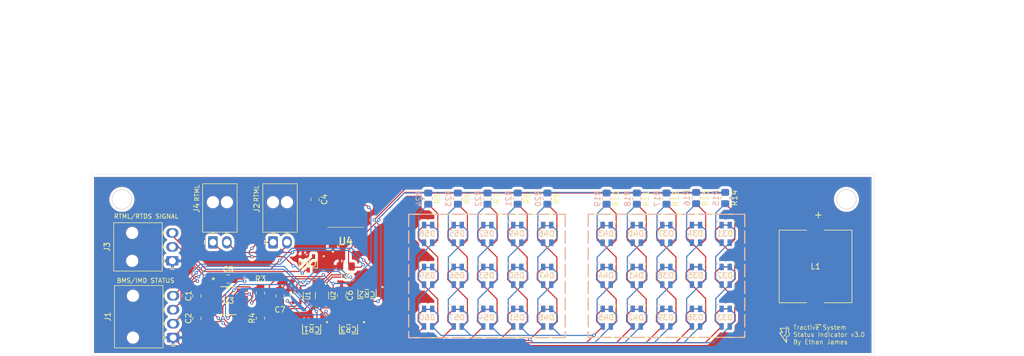
<source format=kicad_pcb>
(kicad_pcb (version 20240108) (generator "pcbnew") (generator_version "8.0")
  (title_block (title "Tractive System Safety Indicator") (rev "3") (company "Ethan James - Shutdown Subteam - Formula Slug"))
  (layers (0 "F.Cu" signal) (31 "B.Cu" signal) (34 "B.Paste" user) (35 "F.Paste" user) (36 "B.SilkS" user "B.Silkscreen") (37 "F.SilkS" user "F.Silkscreen") (38 "B.Mask" user) (39 "F.Mask" user) (44 "Edge.Cuts" user))
  (net 0 "")
  (net 1 "/RED_LIGHTS")
  (net 2 "/GREEN_LIGHTS")
  (net 3 "GND")
  (net 4 "Net-(U3-THR)")
  (net 5 "Net-(U3-CV)")
  (net 6 "+12V")
  (net 7 "+5V")
  (net 8 "/FLASH_LEDS")
  (net 9 "/RTDS_BUZZER")
  (net 10 "/RTDS_SIGNAL")
  (net 11 "/RED_LIGHT_LOGIC")
  (net 12 "/GREEN_LIGHT_LOGIC")
  (net 13 "/IMD_STATUS")
  (net 14 "/BMS_STATUS")
  (net 15 "Net-(U3-DIS)")
  (net 16 "/RTML_5V")
  (net 17 "/RTML_12V")
  (net 18 "Net-(D2-A)")
  (net 19 "Net-(D1-A)")
  (net 20 "Net-(D3-A)")
  (net 21 "Net-(D5-A)")
  (net 22 "Net-(D4-A)")
  (net 23 "Net-(D6-A)")
  (net 24 "Net-(D7-A)")
  (net 25 "Net-(D8-A)")
  (net 26 "Net-(D9-A)")
  (net 27 "Net-(D11-A)")
  (net 28 "Net-(D10-A)")
  (net 29 "Net-(D12-A)")
  (net 30 "Net-(D13-A)")
  (net 31 "Net-(D14-A)")
  (net 32 "Net-(D15-A)")
  (net 33 "Net-(D16-A)")
  (net 34 "Net-(D17-A)")
  (net 35 "Net-(D18-A)")
  (net 36 "Net-(D19-A)")
  (net 37 "Net-(D20-A)")
  (net 38 "Net-(D21-A)")
  (net 39 "Net-(D23-A)")
  (net 40 "Net-(D22-A)")
  (net 41 "Net-(D24-A)")
  (net 42 "Net-(D25-A)")
  (net 43 "Net-(D26-A)")
  (net 44 "Net-(D27-A)")
  (net 45 "Net-(D29-A)")
  (net 46 "Net-(D28-A)")
  (net 47 "Net-(D30-A)")
  (net 48 "Net-(D32-A)")
  (net 49 "Net-(D31-A)")
  (net 50 "Net-(D33-A)")
  (net 51 "Net-(D35-A)")
  (net 52 "Net-(D34-A)")
  (net 53 "Net-(D36-A)")
  (net 54 "Net-(D38-A)")
  (net 55 "Net-(D37-A)")
  (net 56 "Net-(D39-A)")
  (net 57 "Net-(D41-A)")
  (net 58 "Net-(D40-A)")
  (net 59 "Net-(D42-A)")
  (net 60 "Net-(D44-A)")
  (net 61 "Net-(D43-A)")
  (net 62 "Net-(D45-A)")
  (net 63 "Net-(D47-A)")
  (net 64 "Net-(D46-A)")
  (net 65 "Net-(D48-A)")
  (net 66 "Net-(D49-A)")
  (net 67 "Net-(D50-A)")
  (net 68 "Net-(D51-A)")
  (net 69 "Net-(D53-A)")
  (net 70 "Net-(D52-A)")
  (net 71 "Net-(D54-A)")
  (net 72 "Net-(D55-A)")
  (net 73 "Net-(D56-A)")
  (net 74 "Net-(D57-A)")
  (net 75 "Net-(D59-A)")
  (net 76 "Net-(D58-A)")
  (net 77 "Net-(D60-A)")
  (footprint "Capacitor_SMD:C_0805_2012Metric_Pad1.18x1.45mm_HandSolder" (layer "F.Cu") (at 97.75 109.5)
    (property "Reference" "C5")
    (property "Value" "10nF")
  )
  (footprint "Capacitor_SMD:C_0805_2012Metric_Pad1.18x1.45mm_HandSolder" (layer "F.Cu") (at 92.15 116.5575 -90)
    (property "Reference" "C2")
    (property "Value" "100nF")
  )
  (footprint "Footprints:T1681NG--20C000112U1930" (layer "F.Cu") (at 144.075 108.925)
    (property "Reference" "D8")
    (property "Value" "T1681NG--20C000112U1930" (hide yes))
  )
  (footprint "Resistor_SMD:R_0805_2012Metric_Pad1.20x1.40mm_HandSolder" (layer "F.Cu") (at 170.8 95.1 -90)
    (property "Reference" "R11")
    (property "Value" "470")
  )
  (footprint "Footprints:T1681NG--20C000112U1930" (layer "F.Cu") (at 176.075 116.425)
    (property "Reference" "D24")
    (property "Value" "T1681USD-20C000312U1930" (hide yes))
  )
  (footprint "Footprints:T1681NG--20C000112U1930" (layer "F.Cu") (at 186.675 101.425)
    (property "Reference" "D28")
    (property "Value" "T1681USD-20C000312U1930" (hide yes))
  )
  (footprint "Footprints:T1681NG--20C000112U1930" (layer "F.Cu") (at 138.775 108.925)
    (property "Reference" "D5")
    (property "Value" "T1681NG--20C000112U1930" (hide yes))
  )
  (footprint "Footprints:T1681NG--20C000112U1930" (layer "F.Cu") (at 149.425 116.425)
    (property "Reference" "D12")
    (property "Value" "T1681NG--20C000112U1930" (hide yes))
  )
  (footprint "Footprints:T1681NG--20C000112U1930" (layer "F.Cu") (at 170.775 108.925)
    (property "Reference" "D20")
    (property "Value" "T1681USD-20C000312U1930" (hide yes))
  )
  (footprint "Capacitor_SMD:C_0805_2012Metric_Pad1.18x1.45mm_HandSolder" (layer "F.Cu") (at 92.15 112.53 -90)
    (property "Reference" "C1")
    (property "Value" "22nF")
  )
  (footprint "Connector_Molex:Molex_Nano-Fit_105313-xx03_1x03_P2.50mm_Horizontal" (layer "F.Cu") (at 87.75 106.25 180)
    (property "Reference" "J3")
    (property "Value" "Conn_01x03_Pin" (hide yes))
  )
  (footprint "Capacitor_SMD:C_0805_2012Metric_Pad1.18x1.45mm_HandSolder" (layer "F.Cu") (at 118 112.4625 90)
    (property "Reference" "C6")
    (property "Value" "100nF")
  )
  (footprint "Footprints:T1681NG--20C000112U1930" (layer "F.Cu") (at 165.425 101.425)
    (property "Reference" "D16")
    (property "Value" "T1681USD-20C000312U1930" (hide yes))
  )
  (footprint "Footprints:T1681NG--20C000112U1930" (layer "F.Cu") (at 149.425 108.925)
    (property "Reference" "D11")
    (property "Value" "T1681NG--20C000112U1930" (hide yes))
  )
  (footprint "Footprints:T1681NG--20C000112U1930" (layer "F.Cu") (at 154.775 108.925)
    (property "Reference" "D14")
    (property "Value" "T1681NG--20C000112U1930" (hide yes))
  )
  (footprint "Connector_Molex:Molex_Nano-Fit_105313-xx02_1x02_P2.50mm_Horizontal" (layer "F.Cu") (at 95 102.93 90)
    (property "Reference" "J4")
    (property "Value" "Conn_01x02_Pin")
  )
  (footprint "Footprints:T1681NG--20C000112U1930" (layer "F.Cu") (at 186.675 108.925)
    (property "Reference" "D29")
    (property "Value" "T1681USD-20C000312U1930" (hide yes))
  )
  (footprint "Footprints:T1681NG--20C000112U1930" (layer "F.Cu") (at 176.075 108.925)
    (property "Reference" "D23")
    (property "Value" "T1681USD-20C000312U1930" (hide yes))
  )
  (footprint "Capacitor_SMD:C_0805_2012Metric_Pad1.18x1.45mm_HandSolder" (layer "F.Cu") (at 118.75 107.25 180)
    (property "Reference" "C3")
    (property "Value" "0.33 µF" (hide yes))
  )
  (footprint "Footprints:T1681NG--20C000112U1930" (layer "F.Cu") (at 170.775 116.425)
    (property "Reference" "D21")
    (property "Value" "T1681USD-20C000312U1930" (hide yes))
  )
  (footprint "Footprints:XDCR_CPT-1625-80-SMT-TR" (layer "F.Cu") (at 202.75 107.25)
    (property "Reference" "L1")
    (property "Value" "XDCR_CPT-1625-80-SMT-TR")
  )
  (footprint "Footprints:T1681NG--20C000112U1930" (layer "F.Cu") (at 181.375 108.925)
    (property "Reference" "D26")
    (property "Value" "T1681USD-20C000312U1930" (hide yes))
  )
  (footprint "Footprints:T1681NG--20C000112U1930" (layer "F.Cu") (at 186.675 116.425)
    (property "Reference" "D30")
    (property "Value" "T1681USD-20C000312U1930" (hide yes))
  )
  (footprint "Footprints:PG-SOT23-3-5_INF" (layer "F.Cu") (at 122.550001 112.1938 180)
    (property "Reference" "CR2")
    (property "Value" "BSS806NEH6327XTSA1" (hide yes))
  )
  (footprint "Capacitor_SMD:C_0805_2012Metric_Pad1.18x1.45mm_HandSolder" (layer "F.Cu") (at 113.25 95.25 -90)
    (property "Reference" "C4")
    (property "Value" "0.1 µF" (hide yes))
  )
  (footprint "Resistor_SMD:R_0805_2012Metric_Pad1.20x1.40mm_HandSolder" (layer "F.Cu") (at 186.6 95 -90)
    (property "Reference" "R14")
    (property "Value" "470")
  )
  (footprint "Footprints:T1681NG--20C000112U1930" (layer "F.Cu") (at 133.475 116.425)
    (property "Reference" "D3")
    (property "Value" "T1681NG--20C000112U1930" (hide yes))
  )
  (footprint "Footprints:PG-SOT23-3-5_INF" (layer "F.Cu") (at 112.049999 106.6938 180)
    (property "Reference" "CR4")
    (property "Value" "BSS806NEH6327XTSA1" (hide yes))
  )
  (footprint "Footprints:SOT65P210X110-5N" (layer "F.Cu") (at 110 112.46 -90)
    (property "Reference" "U1")
    (property "Value" "SN74AHC1G08DCKR" (hide yes))
  )
  (footprint "Resistor_SMD:R_0805_2012Metric_Pad1.20x1.40mm_HandSolder" (layer "F.Cu") (at 144.1 95.1 -90)
    (property "Reference" "R7")
    (property "Value" "330")
  )
  (footprint "Footprints:M08A" (layer "F.Cu") (at 97.7862 113.385)
    (property "Reference" "U3")
    (property "Value" "LM555xN" (hide yes))
  )
  (footprint "Footprints:T1681NG--20C000112U1930" (layer "F.Cu") (at 176.075 101.425)
    (property "Reference" "D22")
    (property "Value" "T1681USD-20C000312U1930" (hide yes))
  )
  (footprint "Footprints:T1681NG--20C000112U1930" (layer "F.Cu") (at 133.475 101.425)
    (property "Reference" "D1")
    (property "Value" "T1681NG--20C000112U1930" (hide yes))
  )
  (footprint "Libraries:FORMULA SLUG" (layer "F.Cu") (at 200.36758 119.508544)
    (property "Reference" "G***" (hide yes))
    (property "Value" "LOGO" (hide yes))
  )
  (footprint "Footprints:T1681NG--20C000112U1930" (layer "F.Cu") (at 181.375 116.425)
    (property "Reference" "D27")
    (property "Value" "T1681USD-20C000312U1930" (hide yes))
  )
  (footprint "Footprints:T1681NG--20C000112U1930" (layer "F.Cu") (at 138.775 116.425)
    (property "Reference" "D6")
    (property "Value" "T1681NG--20C000112U1930" (hide yes))
  )
  (footprint "Footprints:T1681NG--20C000112U1930" (layer "F.Cu") (at 165.425 108.925)
    (property "Reference" "D17")
    (property "Value" "T1681USD-20C000312U1930" (hide yes))
  )
  (footprint "Connector_Molex:Molex_Nano-Fit_105313-xx04_1x04_P2.50mm_Horizontal" (layer "F.Cu") (at 87.89 120 180)
    (property "Reference" "J1")
    (property "Value" "Conn_01x04_Pin" (hide yes))
  )
  (footprint "Footprints:T1681NG--20C000112U1930" (layer "F.Cu") (at 165.425 116.425)
    (property "Reference" "D18")
    (property "Value" "T1681USD-20C000312U1930" (hide yes))
  )
  (footprint "Footprints:PG-SOT23-3-5_INF" (layer "F.Cu") (at 119.250001 118.5 180)
    (property "Reference" "CR3")
    (property "Value" "BSS806NEH6327XTSA1" (hide yes))
  )
  (footprint "Footprints:T1681NG--20C000112U1930" (layer "F.Cu") (at 133.475 108.925)
    (property "Reference" "D2")
    (property "Value" "T1681NG--20C000112U1930" (hide yes))
  )
  (footprint "Resistor_SMD:R_0805_2012Metric_Pad1.20x1.40mm_HandSolder" (layer "F.Cu") (at 103.5 116.52 -90)
    (property "Reference" "R4")
    (property "Value" "10M")
  )
  (footprint "Connector_Molex:Molex_Nano-Fit_105313-xx02_1x02_P2.50mm_Horizontal" (layer "F.Cu") (at 105.75 102.93 90)
    (property "Reference" "J2")
    (property "Value" "Conn_01x02_Pin")
  )
  (footprint "Resistor_SMD:R_0805_2012Metric_Pad1.20x1.40mm_HandSolder" (layer "F.Cu") (at 154.8 95.1 -90)
    (property "Reference" "R9")
    (property "Value" "330")
  )
  (footprint "Resistor_SMD:R_0805_2012Metric_Pad1.20x1.40mm_HandSolder" (layer "F.Cu") (at 181.4 95 -90)
    (property "Reference" "R13")
    (property "Value" "470")
  )
  (footprint "Resistor_SMD:R_0805_2012Metric_Pad1.20x1.40mm_HandSolder" (layer "F.Cu") (at 138.8 95.1 -90)
    (property "Reference" "R6")
    (property "Value" "330")
  )
  (footprint "Footprints:T1681NG--20C000112U1930" (layer "F.Cu") (at 144.075 101.425)
    (property "Reference" "D7")
    (property "Value" "T1681NG--20C000112U1930" (hide yes))
  )
  (footprint "Footprints:T1681NG--20C000112U1930" (layer "F.Cu") (at 149.425 101.425)
    (property "Reference" "D10")
    (property "Value" "T1681NG--20C000112U1930" (hide yes))
  )
  (footprint "Footprints:SOT65P210X110-5N" (layer "F.Cu") (at 114.5 112.46 -90)
    (property "Reference" "U2")
    (property "Value" "SN74AHC1G00DCKR" (hide yes))
  )
  (footprint "Footprints:LD1086DT33TR" (layer "F.Cu") (at 118.75 93.25)
    (property "Reference" "U4")
    (property "Value" "LD1086DT50TR" (hide yes))
  )
  (footprint "Capacitor_SMD:C_0805_2012Metric_Pad1.18x1.45mm_HandSolder" (layer "F.Cu") (at 107 112.5375 90)
    (property "Reference" "C7")
    (property "Value" "100nF")
  )
  (footprint "Resistor_SMD:R_0805_2012Metric_Pad1.20x1.40mm_HandSolder" (layer "F.Cu") (at 103.5 112.02 -90)
    (property "Reference" "R3")
    (property "Value" "1k")
  )
  (footprint "Resistor_SMD:R_0805_2012Metric_Pad1.20x1.40mm_HandSolder" (layer "F.Cu") (at 149.5 95.1 -90)
    (property "Reference" "R8")
    (property "Value" "330")
  )
  (footprint "Footprints:T1681NG--20C000112U1930" (layer "F.Cu") (at 154.775 116.425)
    (property "Reference" "D15")
    (property "Value" "T1681NG--20C000112U1930" (hide yes))
  )
  (footprint "Footprints:T1681NG--20C000112U1930" (layer "F.Cu") (at 181.375 101.425)
    (property "Reference" "D25")
    (property "Value" "T1681USD-20C000312U1930" (hide yes))
  )
  (footprint "Footprints:T1681NG--20C000112U1930" (layer "F.Cu") (at 144.075 116.425)
    (property "Reference" "D9")
    (property "Value" "T1681NG--20C000112U1930" (hide yes))
  )
  (footprint "Footprints:T1681NG--20C000112U1930" (layer "F.Cu") (at 170.775 101.425)
    (property "Reference" "D19")
    (property "Value" "T1681USD-20C000312U1930" (hide yes))
  )
  (footprint "Resistor_SMD:R_0805_2012Metric_Pad1.20x1.40mm_HandSolder" (layer "F.Cu") (at 165.4 95.1 -90)
    (property "Reference" "R10")
    (property "Value" "470")
  )
  (footprint "Resistor_SMD:R_0805_2012Metric_Pad1.20x1.40mm_HandSolder" (layer "F.Cu") (at 176.1 95.1 -90)
    (property "Reference" "R12")
    (property "Value" "470")
  )
  (footprint "Footprints:T1681NG--20C000112U1930" (layer "F.Cu") (at 138.775 101.425)
    (property "Reference" "D4")
    (property "Value" "T1681NG--20C000112U1930" (hide yes))
  )
  (footprint "Resistor_SMD:R_0805_2012Metric_Pad1.20x1.40mm_HandSolder" (layer "F.Cu") (at 133.5 95.1 -90)
    (property "Reference" "R5")
    (property "Value" "330")
  )
  (footprint "Footprints:PG-SOT23-3-5_INF" (layer "F.Cu") (at 112.649999 118.4938 180)
    (property "Reference" "CR1")
    (property "Value" "BSS806NEH6327XTSA1" (hide yes))
  )
  (footprint "Footprints:T1681NG--20C000112U1930" (layer "F.Cu") (at 154.775 101.425)
    (property "Reference" "D13")
    (property "Value" "T1681NG--20C000112U1930" (hide yes))
  )
  (footprint "Footprints:T1681NG--20C000112U1930" (layer "B.Cu") (at 138.775 116.425 180)
    (property "Reference" "D57")
    (property "Value" "T1681USD-20C000312U1930" (hide yes))
  )
  (footprint "Footprints:T1681NG--20C000112U1930" (layer "B.Cu") (at 186.675 116.425 180)
    (property "Reference" "D33")
    (property "Value" "T1681NG--20C000112U1930" (hide yes))
  )
  (footprint "Footprints:T1681NG--20C000112U1930" (layer "B.Cu") (at 138.775 108.925 180)
    (property "Reference" "D56")
    (property "Value" "T1681USD-20C000312U1930" (hide yes))
  )
  (footprint "Footprints:T1681NG--20C000112U1930" (layer "B.Cu") (at 149.425 108.925 180)
    (property "Reference" "D50")
    (property "Value" "T1681USD-20C000312U1930" (hide yes))
  )
  (footprint "Footprints:T1681NG--20C000112U1930" (layer "B.Cu") (at 144.075 116.425 180)
    (property "Reference" "D54")
    (property "Value" "T1681USD-20C000312U1930" (hide yes))
  )
  (footprint "Footprints:T1681NG--20C000112U1930" (layer "B.Cu") (at 138.775 101.425 180)
    (property "Reference" "D55")
    (property "Value" "T1681USD-20C000312U1930" (hide yes))
  )
  (footprint "Footprints:T1681NG--20C000112U1930" (layer "B.Cu") (at 186.675 101.425 180)
    (property "Reference" "D31")
    (property "Value" "T1681NG--20C000112U1930" (hide yes))
  )
  (footprint "Footprints:T1681NG--20C000112U1930" (layer "B.Cu") (at 181.375 116.425 180)
    (property "Reference" "D36")
    (property "Value" "T1681NG--20C000112U1930" (hide yes))
  )
  (footprint "Footprints:T1681NG--20C000112U1930" (layer "B.Cu") (at 170.775 101.425 180)
    (property "Reference" "D40")
    (property "Value" "T1681NG--20C000112U1930" (hide yes))
  )
  (footprint "Footprints:T1681NG--20C000112U1930" (layer "B.Cu") (at 149.425 116.425 180)
    (property "Reference" "D51")
    (property "Value" "T1681USD-20C000312U1930" (hide yes))
  )
  (footprint "Resistor_SMD:R_0805_2012Metric_Pad1.20x1.40mm_HandSolder" (layer "B.Cu") (at 186.6 95 -90)
    (property "Reference" "R15")
    (property "Value" "330")
  )
  (footprint "Resistor_SMD:R_0805_2012Metric_Pad1.20x1.40mm_HandSolder" (layer "B.Cu") (at 138.8 95.1 -90)
    (property "Reference" "R23")
    (property "Value" "470")
  )
  (footprint "Footprints:T1681NG--20C000112U1930" (layer "B.Cu") (at 176.075 108.925 180)
    (property "Reference" "D38")
    (property "Value" "T1681NG--20C000112U1930" (hide yes))
  )
  (footprint "Footprints:T1681NG--20C000112U1930" (layer "B.Cu") (at 133.475 101.425 180)
    (property "Reference" "D58")
    (property "Value" "T1681USD-20C000312U1930" (hide yes))
  )
  (footprint "Footprints:T1681NG--20C000112U1930" (layer "B.Cu") (at 170.775 116.425 180)
    (property "Reference" "D42")
    (property "Value" "T1681NG--20C000112U1930" (hide yes))
  )
  (footprint "Footprints:T1681NG--20C000112U1930" (layer "B.Cu") (at 186.675 108.925 180)
    (property "Reference" "D32")
    (property "Value" "T1681NG--20C000112U1930" (hide yes))
  )
  (footprint "Resistor_SMD:R_0805_2012Metric_Pad1.20x1.40mm_HandSolder" (layer "B.Cu") (at 149.5 95.1 -90)
    (property "Reference" "R21")
    (property "Value" "470")
  )
  (footprint "Footprints:T1681NG--20C000112U1930" (layer "B.Cu") (at 144.075 108.925 180)
    (property "Reference" "D53")
    (property "Value" "T1681USD-20C000312U1930" (hide yes))
  )
  (footprint "Footprints:T1681NG--20C000112U1930" (layer "B.Cu") (at 149.425 101.425 180)
    (property "Reference" "D49")
    (property "Value" "T1681USD-20C000312U1930" (hide yes))
  )
  (footprint "Footprints:T1681NG--20C000112U1930" (layer "B.Cu") (at 154.775 101.425 180)
    (property "Reference" "D46")
    (property "Value" "T1681USD-20C000312U1930" (hide yes))
  )
  (footprint "Resistor_SMD:R_0805_2012Metric_Pad1.20x1.40mm_HandSolder" (layer "B.Cu") (at 144.1 95.1 -90)
    (property "Reference" "R22")
    (property "Value" "470")
  )
  (footprint "Footprints:T1681NG--20C000112U1930" (layer "B.Cu") (at 181.375 108.925 180)
    (property "Reference" "D35")
    (property "Value" "T1681NG--20C000112U1930" (hide yes))
  )
  (footprint "Footprints:T1681NG--20C000112U1930" (layer "B.Cu") (at 165.425 116.425 180)
    (property "Reference" "D45")
    (property "Value" "T1681NG--20C000112U1930" (hide yes))
  )
  (footprint "Footprints:T1681NG--20C000112U1930" (layer "B.Cu") (at 154.775 116.425 180)
    (property "Reference" "D48")
    (property "Value" "T1681USD-20C000312U1930" (hide yes))
  )
  (footprint "Footprints:T1681NG--20C000112U1930" (layer "B.Cu") (at 133.475 116.425 180)
    (property "Reference" "D60")
    (property "Value" "T1681USD-20C000312U1930" (hide yes))
  )
  (footprint "Footprints:T1681NG--20C000112U1930" (layer "B.Cu") (at 170.775 108.925 180)
    (property "Reference" "D41")
    (property "Value" "T1681NG--20C000112U1930" (hide yes))
  )
  (footprint "Footprints:T1681NG--20C000112U1930" (layer "B.Cu") (at 133.475 108.925 180)
    (property "Reference" "D59")
    (property "Value" "T1681USD-20C000312U1930" (hide yes))
  )
  (footprint "Resistor_SMD:R_0805_2012Metric_Pad1.20x1.40mm_HandSolder" (layer "B.Cu") (at 176.1 95.1 -90)
    (property "Reference" "R17")
    (property "Value" "330")
  )
  (footprint "Resistor_SMD:R_0805_2012Metric_Pad1.20x1.40mm_HandSolder" (layer "B.Cu") (at 170.8 95.1 -90)
    (property "Reference" "R18")
    (property "Value" "330")
  )
  (footprint "Resistor_SMD:R_0805_2012Metric_Pad1.20x1.40mm_HandSolder" (layer "B.Cu") (at 181.4 95 -90)
    (property "Reference" "R16")
    (property "Value" "330")
  )
  (footprint "Footprints:T1681NG--20C000112U1930" (layer "B.Cu") (at 154.775 108.925 180)
    (property "Reference" "D47")
    (property "Value" "T1681USD-20C000312U1930" (hide yes))
  )
  (footprint "Footprints:T1681NG--20C000112U1930" (layer "B.Cu") (at 176.075 116.425 180)
    (property "Reference" "D39")
    (property "Value" "T1681NG--20C000112U1930" (hide yes))
  )
  (footprint "Resistor_SMD:R_0805_2012Metric_Pad1.20x1.40mm_HandSolder" (layer "B.Cu") (at 165.4 95.1 -90)
    (property "Reference" "R19")
    (property "Value" "330")
  )
  (footprint "Footprints:T1681NG--20C000112U1930" (layer "B.Cu") (at 181.375 101.425 180)
    (property "Reference" "D34")
    (property "Value" "T1681NG--20C000112U1930" (hide yes))
  )
  (footprint "Footprints:T1681NG--20C000112U1930" (layer "B.Cu") (at 165.375 101.425 180)
    (property "Reference" "D43")
    (property "Value" "T1681NG--20C000112U1930" (hide yes))
  )
  (footprint "Resistor_SMD:R_0805_2012Metric_Pad1.20x1.40mm_HandSolder" (layer "B.Cu") (at 133.5 95.1 -90)
    (property "Reference" "R24")
    (property "Value" "470")
  )
  (footprint "Resistor_SMD:R_0805_2012Metric_Pad1.20x1.40mm_HandSolder" (layer "B.Cu") (at 154.8 95.1 -90)
    (property "Reference" "R20")
    (property "Value" "470")
  )
  (footprint "Footprints:T1681NG--20C000112U1930" (layer "B.Cu") (at 165.375 108.925 180)
    (property "Reference" "D44")
    (property "Value" "T1681NG--20C000112U1930" (hide yes))
  )
  (footprint "Footprints:T1681NG--20C000112U1930" (layer "B.Cu") (at 176.075 101.425 180)
    (property "Reference" "D37")
    (property "Value" "T1681NG--20C000112U1930" (hide yes))
  )
  (footprint "Footprints:T1681NG--20C000112U1930" (layer "B.Cu") (at 144.075 101.425 180)
    (property "Reference" "D52")
    (property "Value" "T1681USD-20C000312U1930" (hide yes))
  )
  (gr_line (start 190.1 119.95) (end 162.1 119.95) (stroke (width 0.2) (type dash)) (layer "B.SilkS"))
  (gr_line (start 158 97.9) (end 158 120) (stroke (width 0.2) (type dash)) (layer "B.SilkS"))
  (gr_line (start 158 120) (end 130 120) (stroke (width 0.2) (type dash)) (layer "B.SilkS"))
  (gr_line (start 158 97.9) (end 130 97.9) (stroke (width 0.2) (type dash)) (layer "B.SilkS"))
  (gr_line (start 162.1 97.9) (end 162.1 119.95) (stroke (width 0.2) (type dash)) (layer "B.SilkS"))
  (gr_line (start 190.1 97.9) (end 162.1 97.9) (stroke (width 0.2) (type dash)) (layer "B.SilkS"))
  (gr_line (start 190.1 97.9) (end 190.1 119.95) (stroke (width 0.2) (type dash)) (layer "B.SilkS"))
  (gr_line (start 130 97.9) (end 130 120) (stroke (width 0.2) (type dash)) (layer "B.SilkS"))
  (gr_line (start 158 97.9) (end 158 120) (stroke (width 0.2) (type dash)) (layer "F.SilkS"))
  (gr_line (start 130 97.9) (end 158 97.9) (stroke (width 0.2) (type dash)) (layer "F.SilkS"))
  (gr_line (start 162.1 97.9) (end 190.1 97.9) (stroke (width 0.2) (type dash)) (layer "F.SilkS"))
  (gr_line (start 130 120) (end 158 120) (stroke (width 0.2) (type dash)) (layer "F.SilkS"))
  (gr_line (start 162.1 97.9) (end 162.1 119.95) (stroke (width 0.2) (type dash)) (layer "F.SilkS"))
  (gr_line (start 190.1 97.9) (end 190.1 119.95) (stroke (width 0.2) (type dash)) (layer "F.SilkS"))
  (gr_line (start 162.1 119.95) (end 190.1 119.95) (stroke (width 0.2) (type dash)) (layer "F.SilkS"))
  (gr_line (start 130 97.9) (end 130 120) (stroke (width 0.2) (type dash)) (layer "F.SilkS"))
  (gr_rect (start 73.25 90.75) (end 213.25 123.25) (stroke (width 0.05)) (fill none) (layer "Edge.Cuts"))
  (gr_circle (center 78.73 95.25) (end 80.48 95.25) (stroke (width 0.1)) (fill none) (layer "Edge.Cuts"))
  (gr_circle (center 208.27 95.24) (end 210.02 95.24) (stroke (width 0.1)) (fill none) (layer "Edge.Cuts"))
  (gr_text "RTML" (at 92.63122 95.669335 90) (layer "F.SilkS") (effects (font (size 0.8 0.8) (thickness 0.125) (bold yes)) (justify left bottom)))
  (gr_text "By Ethan James" (at 198.7 121.25 0) (layer "F.SilkS") (effects (font (size 0.8 0.8) (thickness 0.1)) (justify left bottom)))
  (gr_text "RTML" (at 103.25 95.75 90) (layer "F.SilkS") (effects (font (size 0.8 0.8) (thickness 0.125) (bold yes)) (justify left bottom)))
  (gr_text "BMS/IMD STATUS" (at 77.75 110.25 0) (layer "F.SilkS") (effects (font (size 0.8 0.8) (thickness 0.125) (bold yes)) (justify left bottom)))
  (gr_text "RTML/RTDS SIGNAL" (at 77.25 98.75 0) (layer "F.SilkS") (effects (font (size 0.8 0.8) (thickness 0.125) (bold yes)) (justify left bottom)))
  (gr_text "Tractive System \nStatus Indicator v3.0" (at 198.7 119.925 0) (layer "F.SilkS") (effects (font (size 0.8 0.8) (thickness 0.1)) (justify left bottom)))
  (segment (start 174.3 115.95) (end 175.3 114.95) (width 0.2) (layer "F.Cu") (net 1))
  (segment (start 179.6 115.85) (end 180.6 114.85) (width 0.2) (layer "F.Cu") (net 1))
  (segment (start 183.05 120.9) (end 177.1 120.9) (width 0.2) (layer "F.Cu") (net 1))
  (segment (start 172.45 120.9) (end 175.35 118) (width 0.2) (layer "F.Cu") (net 1))
  (segment (start 182.05 114.85) (end 180.6 114.85) (width 0.2) (layer "F.Cu") (net 1))
  (segment (start 167.15 120.9) (end 170.05 118) (width 0.2) (layer "F.Cu") (net 1))
  (segment (start 175.3 118.1) (end 174.3 117.1) (width 0.2) (layer "F.Cu") (net 1))
  (segment (start 179.6 117) (end 179.6 115.85) (width 0.2) (layer "F.Cu") (net 1))
  (segment (start 185.8 118) (end 184.8 117) (width 0.2) (layer "F.Cu") (net 1))
  (segment (start 167.15 120.9) (end 172.45 120.9) (width 0.2) (layer "F.Cu") (net 1))
  (segment (start 161.8 120.9) (end 167.15 120.9) (width 0.2) (layer "F.Cu") (net 1))
  (segment (start 185.95 118) (end 183.05 120.9) (width 0.2) (layer "F.Cu") (net 1))
  (segment (start 184.8 117) (end 184.8 115.85) (width 0.2) (layer "F.Cu") (net 1))
  (segment (start 180.6 118) (end 179.6 117) (width 0.2) (layer "F.Cu") (net 1))
  (segment (start 180.65 118) (end 177.75 120.9) (width 0.2) (layer "F.Cu") (net 1))
  (segment (start 168.975 115.95) (end 169.975 114.95) (width 0.2) (layer "F.Cu") (net 1))
  (segment (start 112.649999 119.6876) (end 113.862399 120.9) (width 0.2) (layer "F.Cu") (net 1))
  (segment (start 168.975 117.1) (end 168.975 115.95) (width 0.2) (layer "F.Cu") (net 1))
  (segment (start 163.6 115.95) (end 164.6 114.95) (width 0.2) (layer "F.Cu") (net 1))
  (segment (start 164.6 118.1) (end 163.6 117.1) (width 0.2) (layer "F.Cu") (net 1))
  (segment (start 163.15 119.55) (end 161.8 120.9) (width 0.2) (layer "F.Cu") (net 1))
  (segment (start 177.75 120.9) (end 172.1 120.9) (width 0.2) (layer "F.Cu") (net 1))
  (segment (start 163.15 119.55) (end 164.7 118) (width 0.2) (layer "F.Cu") (net 1))
  (segment (start 163.6 117.1) (end 163.6 115.95) (width 0.2) (layer "F.Cu") (net 1))
  (segment (start 166.05 114.95) (end 164.6 114.95) (width 0.2) (layer "F.Cu") (net 1))
  (segment (start 113.862399 120.9) (end 161.8 120.9) (width 0.2) (layer "F.Cu") (net 1))
  (segment (start 176.75 114.95) (end 175.3 114.95) (width 0.2) (layer "F.Cu") (net 1))
  (segment (start 184.8 115.85) (end 185.8 114.85) (width 0.2) (layer "F.Cu") (net 1))
  (segment (start 169.975 118.1) (end 168.975 117.1) (width 0.2) (layer "F.Cu") (net 1))
  (segment (start 187.25 114.85) (end 185.8 114.85) (width 0.2) (layer "F.Cu") (net 1))
  (segment (start 171.425 114.95) (end 169.975 114.95) (width 0.2) (layer "F.Cu") (net 1))
  (segment (start 174.3 117.1) (end 174.3 115.95) (width 0.2) (layer "F.Cu") (net 1))
  (via (at 163.15 119.55) (size 0.6) (drill 0.3) (layers "F.Cu" "B.Cu") (net 1))
  (segment (start 140.6 117.1) (end 140.6 115.95) (width 0.2) (layer "B.Cu") (net 1))
  (segment (start 150.15 118) (end 150.15 118.2) (width 0.2) (layer "B.Cu") (net 1))
  (segment (start 150.3 118.1) (end 151.3 117.1) (width 0.2) (layer "B.Cu") (net 1))
  (segment (start 134.3 118.1) (end 135.3 117.1) (width 0.2) (layer "B.Cu") (net 1))
  (segment (start 139.6 118.1) (end 140.6 117.1) (width 0.2) (layer "B.Cu") (net 1))
  (segment (start 163.1 119.6) (end 157.3 119.6) (width 0.2) (layer "B.Cu") (net 1))
  (segment (start 132.85 114.95) (end 134.3 114.95) (width 0.2) (layer "B.Cu") (net 1))
  (segment (start 156.6 117.1) (end 156.6 115.95) (width 0.2) (layer "B.Cu") (net 1))
  (segment (start 150.15 118.2) (end 151.55 119.6) (width 0.2) (layer "B.Cu") (net 1))
  (segment (start 155.6 118.1) (end 156.6 117.1) (width 0.2) (layer "B.Cu") (net 1))
  (segment (start 151.55 119.6) (end 152.3 119.6) (width 0.2) (layer "B.Cu") (net 1))
  (segment (start 148.85 114.95) (end 150.3 114.95) (width 0.2) (layer "B.Cu") (net 1))
  (segment (start 152.3 119.6) (end 146.8 119.6) (width 0.2) (layer "B.Cu") (net 1))
  (segment (start 135.3 115.95) (end 134.3 114.95) (width 0.2) (layer "B.Cu") (net 1))
  (segment (start 144.8 118) (end 146.4 119.6) (width 0.2) (layer "B.Cu") (net 1))
  (segment (start 146.8 119.6) (end 141.1 119.6) (width 0.2) (layer "B.Cu") (net 1))
  (segment (start 157.3 119.6) (end 152.3 119.6) (width 0.2) (layer "B.Cu") (net 1))
  (segment (start 140.6 115.95) (end 139.6 114.95) (width 0.2) (layer "B.Cu") (net 1))
  (segment (start 145.9 117.1) (end 145.9 115.95) (width 0.2) (layer "B.Cu") (net 1))
  (segment (start 151.3 115.95) (end 150.3 114.95) (width 0.2) (layer "B.Cu") (net 1))
  (segment (start 163.15 119.55) (end 163.1 119.6) (width 0.2) (layer "B.Cu") (net 1))
  (segment (start 156.6 115.95) (end 155.6 114.95) (width 0.2) (layer "B.Cu") (net 1))
  (segment (start 143.45 114.95) (end 144.9 114.95) (width 0.2) (layer "B.Cu") (net 1))
  (segment (start 144.9 118.1) (end 145.9 117.1) (width 0.2) (layer "B.Cu") (net 1))
  (segment (start 151.3 117.1) (end 151.3 115.95) (width 0.2) (layer "B.Cu") (net 1))
  (segment (start 135.8 119.6) (end 141.1 119.6) (width 0.2) (layer "B.Cu") (net 1))
  (segment (start 157.1 119.6) (end 157.3 119.6) (width 0.2) (layer "B.Cu") (net 1))
  (segment (start 134.2 118) (end 135.8 119.6) (width 0.2) (layer "B.Cu") (net 1))
  (segment (start 155.5 118) (end 157.1 119.6) (width 0.2) (layer "B.Cu") (net 1))
  (segment (start 141.1 119.6) (end 139.5 118) (width 0.2) (layer "B.Cu") (net 1))
  (segment (start 145.9 115.95) (end 144.9 114.95) (width 0.2) (layer "B.Cu") (net 1))
  (segment (start 146.4 119.6) (end 146.8 119.6) (width 0.2) (layer "B.Cu") (net 1))
  (segment (start 135.3 117.1) (end 135.3 115.95) (width 0.2) (layer "B.Cu") (net 1))
  (segment (start 154.15 114.95) (end 155.6 114.95) (width 0.2) (layer "B.Cu") (net 1))
  (segment (start 138.15 114.95) (end 139.6 114.95) (width 0.2) (layer "B.Cu") (net 1))
  (segment (start 140.875 120.475) (end 143.35 118) (width 0.2) (layer "F.Cu") (net 2))
  (segment (start 136.7624 119.2876) (end 135.575 120.475) (width 0.2) (layer "F.Cu") (net 2))
  (segment (start 135.55 120.5) (end 120.362401 120.5) (width 0.2) (layer "F.Cu") (net 2))
  (segment (start 147.7 117.1) (end 147.7 115.95) (width 0.2) (layer "F.Cu") (net 2))
  (segment (start 138 118.1) (end 137 117.1) (width 0.2) (layer "F.Cu") (net 2))
  (segment (start 151.75 120.3) (end 154.05 118) (width 0.2) (layer "F.Cu") (net 2))
  (segment (start 130.25 120.5) (end 131.225 119.525) (width 0.2) (layer "F.Cu") (net 2))
  (segment (start 150.15 114.95) (end 148.7 114.95) (width 0.2) (layer "F.Cu") (net 2))
  (segment (start 131.7 117.1) (end 131.7 115.95) (width 0.2) (layer "F.Cu") (net 2))
  (segment (start 148.7 118.1) (end 147.7 117.1) (width 0.2) (layer "F.Cu") (net 2))
  (segment (start 131.225 119.525) (end 131.4624 119.2876) (width 0.2) (layer "F.Cu") (net 2))
  (segment (start 147.7 115.95) (end 148.7 114.95) (width 0.2) (layer "F.Cu") (net 2))
  (segment (start 132.7 118.1) (end 131.7 117.1) (width 0.2) (layer "F.Cu") (net 2))
  (segment (start 154 118.1) (end 153 117.1) (width 0.2) (layer "F.Cu") (net 2))
  (segment (start 142.3 115.95) (end 143.3 114.95) (width 0.2) (layer "F.Cu") (net 2))
  (segment (start 131.7 115.95) (end 132.7 114.95) (width 0.2) (layer "F.Cu") (net 2))
  (segment (start 143.3 118.1) (end 142.3 117.1) (width 0.2) (layer "F.Cu") (net 2))
  (segment (start 139.45 114.95) (end 138 114.95) (width 0.2) (layer "F.Cu") (net 2))
  (segment (start 135.575 120.475) (end 135.55 120.5) (width 0.2) (layer "F.Cu") (net 2))
  (segment (start 153 117.1) (end 153 115.95) (width 0.2) (layer "F.Cu") (net 2))
  (segment (start 137 117.1) (end 137 115.95) (width 0.2) (layer "F.Cu") (net 2))
  (segment (start 151.475 120.5) (end 135.55 120.5) (width 0.2) (layer "F.Cu") (net 2))
  (segment (start 153 115.95) (end 154 114.95) (width 0.2) (layer "F.Cu") (net 2))
  (segment (start 131.4624 119.2876) (end 132.75 118) (width 0.2) (layer "F.Cu") (net 2))
  (segment (start 134.15 114.95) (end 132.7 114.95) (width 0.2) (layer "F.Cu") (net 2))
  (segment (start 142.3 117.1) (end 142.3 115.95) (width 0.2) (layer "F.Cu") (net 2))
  (segment (start 137 115.95) (end 138 114.95) (width 0.2) (layer "F.Cu") (net 2))
  (segment (start 148.7 118) (end 146.25 120.45) (width 0.2) (layer "F.Cu") (net 2))
  (segment (start 155.45 114.95) (end 154 114.95) (width 0.2) (layer "F.Cu") (net 2))
  (segment (start 151.675 120.3) (end 151.475 120.5) (width 0.2) (layer "F.Cu") (net 2))
  (segment (start 120.362401 120.5) (end 119.250001 119.3876) (width 0.2) (layer "F.Cu") (net 2))
  (segment (start 138.05 118) (end 136.7624 119.2876) (width 0.2) (layer "F.Cu") (net 2))
  (segment (start 151.675 120.3) (end 151.75 120.3) (width 0.2) (layer "F.Cu") (net 2))
  (segment (start 144.75 114.95) (end 143.3 114.95) (width 0.2) (layer "F.Cu") (net 2))
  (via (at 151.675 120.3) (size 0.6) (drill 0.3) (layers "F.Cu" "B.Cu") (net 2))
  (segment (start 164.75 114.95) (end 166.2 114.95) (width 0.2) (layer "B.Cu") (net 2))
  (segment (start 187.4 118) (end 184.5 120.9) (width 0.2) (layer "B.Cu") (net 2))
  (segment (start 180.75 114.85) (end 182.2 114.85) (width 0.2) (layer "B.Cu") (net 2))
  (segment (start 176.8 118) (end 173.9 120.9) (width 0.2) (layer "B.Cu") (net 2))
  (segment (start 188.4 115.85) (end 187.4 114.85) (width 0.2) (layer "B.Cu") (net 2))
  (segment (start 177.9 115.95) (end 176.9 114.95) (width 0.2) (layer "B.Cu") (net 2))
  (segment (start 172.6 115.95) (end 171.6 114.95) (width 0.2) (layer "B.Cu") (net 2))
  (segment (start 152.275 120.9) (end 163.1 120.9) (width 0.2) (layer "B.Cu") (net 2))
  (segment (start 184.5 120.9) (end 178.5 120.9) (width 0.2) (layer "B.Cu") (net 2))
  (segment (start 173.9 120.9) (end 172.1 120.9) (width 0.2) (layer "B.Cu") (net 2))
  (segment (start 182.1 118) (end 179.2 120.9) (width 0.2) (layer "B.Cu") (net 2))
  (segment (start 170.15 114.95) (end 171.6 114.95) (width 0.2) (layer "B.Cu") (net 2))
  (segment (start 182.2 118) (end 183.2 117) (width 0.2) (layer "B.Cu") (net 2))
  (segment (start 166.2 118.1) (end 167.2 117.1) (width 0.2) (layer "B.Cu") (net 2))
  (segment (start 167.2 117.1) (end 167.2 115.95) (width 0.2) (layer "B.Cu") (net 2))
  (segment (start 176.9 118.1) (end 177.9 117.1) (width 0.2) (layer "B.Cu") (net 2))
  (segment (start 151.675 120.3) (end 152.275 120.9) (width 0.2) (layer "B.Cu") (net 2))
  (segment (start 172.1 120.9) (end 167.7 120.9) (width 0.2) (layer "B.Cu") (net 2))
  (segment (start 167.2 115.95) (end 166.2 114.95) (width 0.2) (layer "B.Cu") (net 2))
  (segment (start 167.7 120.9) (end 163.1 120.9) (width 0.2) (layer "B.Cu") (net 2))
  (segment (start 178.5 120.9) (end 172.1 120.9) (width 0.2) (layer "B.Cu") (net 2))
  (segment (start 168.6 120.9) (end 167.7 120.9) (width 0.2) (layer "B.Cu") (net 2))
  (segment (start 188.4 117) (end 188.4 115.85) (width 0.2) (layer "B.Cu") (net 2))
  (segment (start 183.2 117) (end 183.2 115.85) (width 0.2) (layer "B.Cu") (net 2))
  (segment (start 175.45 114.95) (end 176.9 114.95) (width 0.2) (layer "B.Cu") (net 2))
  (segment (start 187.4 118) (end 188.4 117) (width 0.2) (layer "B.Cu") (net 2))
  (segment (start 183.2 115.85) (end 182.2 114.85) (width 0.2) (layer "B.Cu") (net 2))
  (segment (start 172.6 117.1) (end 172.6 115.95) (width 0.2) (layer "B.Cu") (net 2))
  (segment (start 166.15 118) (end 163.25 120.9) (width 0.2) (layer "B.Cu") (net 2))
  (segment (start 185.95 114.85) (end 187.4 114.85) (width 0.2) (layer "B.Cu") (net 2))
  (segment (start 171.5 118) (end 168.6 120.9) (width 0.2) (layer "B.Cu") (net 2))
  (segment (start 177.9 117.1) (end 177.9 115.95) (width 0.2) (layer "B.Cu") (net 2))
  (segment (start 171.6 118.1) (end 172.6 117.1) (width 0.2) (layer "B.Cu") (net 2))
  (segment (start 179.2 120.9) (end 178.5 120.9) (width 0.2) (layer "B.Cu") (net 2))
  (segment (start 163.25 120.9) (end 163.1 120.9) (width 0.2) (layer "B.Cu") (net 2))
  (segment (start 88.137258 105.862742) (end 87.75 106.25) (width 0.2) (layer "F.Cu") (net 3))
  (segment (start 118.824265 114.675735) (end 121.6 111.9) (width 0.2) (layer "F.Cu") (net 3))
  (segment (start 117.7125 107.25) (end 117.15 107.25) (width 0.2) (layer "F.Cu") (net 3))
  (segment (start 87.872672 106.372672) (end 87.75 106.25) (width 0.2) (layer "F.Cu") (net 3))
  (segment (start 116.464 102.55) (end 118.25 104.336) (width 0.2) (layer "F.Cu") (net 3))
  (segment (start 108.5 110.114254) (end 108.385746 110.114254) (width 0.2) (layer "F.Cu") (net 3))
  (segment (start 90.627328 106.372672) (end 90.5 106.372672) (width 0.2) (layer "F.Cu") (net 3))
  (segment (start 91.995 117.595) (end 92.15 117.595) (width 0.2) (layer "F.Cu") (net 3))
  (segment (start 95.3224 110.8901) (end 95.3224 111.48) (width 0.2) (layer "F.Cu") (net 3))
  (segment (start 117.7125 107.25) (end 117.7125 107.2875) (width 0.2) (layer "F.Cu") (net 3))
  (segment (start 90.910172 106.372672) (end 95.3224 110.7849) (width 0.2) (layer "F.Cu") (net 3))
  (segment (start 111.699998 116.088035) (end 111.699998 117.3) (width 0.2) (layer "F.Cu") (net 3))
  (segment (start 121.6 111.9) (end 121.6 111) (width 0.2) (layer "F.Cu") (net 3))
  (segment (start 113.85 111.35) (end 113.85 110.55) (width 0.2) (layer "F.Cu") (net 3))
  (segment (start 92.15 110.9825) (end 92.15 111.4925) (width 0.2) (layer "F.Cu") (net 3))
  (segment (start 92.15 111.4925) (end 95.3099 111.4925) (width 0.2) (layer "F.Cu") (net 3))
  (segment (start 90.09 112.047701) (end 90.09 115.69) (width 0.2) (layer "F.Cu") (net 3))
  (segment (start 90.627328 106.372672) (end 90.910172 106.372672) (width 0.2) (layer "F.Cu") (net 3))
  (segment (start 113.097577 114.690456) (end 111.699998 116.088035) (width 0.2) (layer "F.Cu") (net 3))
  (segment (start 117.3938 116.4) (end 118.3 117.3062) (width 0.2) (layer "F.Cu") (net 3))
  (segment (start 96.7125 109.5) (end 95.3224 110.8901) (width 0.2) (layer "F.Cu") (net 3))
  (segment (start 115.5 116.4) (end 117.3938 116.4) (width 0.2) (layer "F.Cu") (net 3))
  (segment (start 108.5 110.65) (end 109.35 111.5) (width 0.2) (layer "F.Cu") (net 3))
  (segment (start 87.89 120) (end 90.295 117.595) (width 0.2) (layer "F.Cu") (net 3))
  (segment (start 95.3099 111.4925) (end 95.3224 111.48) (width 0.2) (layer "F.Cu") (net 3))
  (segment (start 113.85 110.55) (end 114.931453 109.468547) (width 0.2) (layer "F.Cu") (net 3))
  (segment (start 114.046015 114.690456) (end 114.060736 114.675735) (width 0.2) (layer "F.Cu") (net 3))
  (segment (start 90.645201 111.4925) (end 90.09 112.047701) (width 0.2) (layer "F.Cu") (net 3))
  (segment (start 111.099998 105.5) (end 114.049998 102.55) (width 0.2) (layer "F.Cu") (net 3))
  (segment (start 92.075 117.595) (end 92.15 117.595) (width 0.2) (layer "F.Cu") (net 3))
  (segment (start 90.5 106.372672) (end 87.872672 106.372672) (width 0.2) (layer "F.Cu") (net 3))
  (segment (start 113.25 99.336) (end 116.464 102.55) (width 0.2) (layer "F.Cu") (net 3))
  (segment (start 118.25 106.7125) (end 117.7125 107.25) (width 0.2) (layer "F.Cu") (net 3))
  (segment (start 113.25 96.2875) (end 113.25 99.336) (width 0.2) (layer "F.Cu") (net 3))
  (segment (start 121.175 111.425) (end 121.6 111) (width 0.2) (layer "F.Cu") (net 3))
  (segment (start 118 111.425) (end 121.175 111.425) (width 0.2) (layer "F.Cu") (net 3))
  (segment (start 118.1 107.6375) (end 117.7125 107.25) (width 0.2) (layer "F.Cu") (net 3))
  (segment (start 109.145707 109.468547) (end 114.931453 109.468547) (width 0.2) (layer "F.Cu") (net 3))
  (segment (start 114.049998 102.55) (end 116.464 102.55) (width 0.2) (layer "F.Cu") (net 3))
  (segment (start 108.5 110.114254) (end 109.145707 109.468547) (width 0.2) (layer "F.Cu") (net 3))
  (segment (start 114.046015 114.690456) (end 113.097577 114.690456) (width 0.2) (layer "F.Cu") (net 3))
  (segment (start 92.15 111.4925) (end 90.645201 111.4925) (width 0.2) (layer "F.Cu") (net 3))
  (segment (start 108.5 110.114254) (end 108.5 110.65) (width 0.2) (layer "F.Cu") (net 3))
  (segment (start 90.09 115.69) (end 91.995 117.595) (width 0.2) (layer "F.Cu") (net 3))
  (segment (start 114.046015 114.690456) (end 114.046015 114.946015) (width 0.2) (layer "F.Cu") (net 3))
  (segment (start 108.385746 110.114254) (end 107 111.5) (width 0.2) (layer "F.Cu") (net 3))
  (segment (start 90.295 117.595) (end 92.15 117.595) (width 0.2) (layer "F.Cu") (net 3))
  (segment (start 202.75 114.75) (end 196.1 121.4) (width 0.2) (layer "F.Cu") (net 3))
  (segment (start 114.046015 114.946015) (end 115.5 116.4) (width 0.2) (layer "F.Cu") (net 3))
  (segment (start 117.15 107.25) (end 114.931453 109.468547) (width 0.2) (layer "F.Cu") (net 3))
  (segment (start 95.3224 110.7849) (end 95.3224 111.48) (width 0.2) (layer "F.Cu") (net 3))
  (segment (start 114.060736 114.675735) (end 118.824265 114.675735) (width 0.2) (layer "F.Cu") (net 3))
  (segment (start 118.25 104.336) (end 118.25 106.7125) (width 0.2) (layer "F.Cu") (net 3))
  (segment (start 89.29 121.4) (end 87.89 120) (width 0.2) (layer "F.Cu") (net 3))
  (segment (start 196.1 121.4) (end 89.29 121.4) (width 0.2) (layer "F.Cu") (net 3))
  (via (at 108.5 110.114254) (size 0.6) (drill 0.3) (layers "F.Cu" "B.Cu") (net 3))
  (via (at 93.5 109) (size 0.6) (drill 0.3) (layers "F.Cu" "B.Cu") (net 3))
  (via (at 114.046015 114.690456) (size 0.6) (drill 0.3) (layers "F.Cu" "B.Cu") (net 3))
  (segment (start 108.5 110.434314) (end 112.565686 114.5) (width 0.2) (layer "B.Cu") (net 3))
  (segment (start 113.855559 114.5) (end 114.046015 114.690456) (width 0.2) (layer "B.Cu") (net 3))
  (segment (start 112.565686 114.5) (end 113.855559 114.5) (width 0.2) (layer "B.Cu") (net 3))
  (segment (start 108.5 110.114254) (end 107.685746 109.3) (width 0.2) (layer "B.Cu") (net 3))
  (segment (start 93.8 109.3) (end 93.5 109) (width 0.2) (layer "B.Cu") (net 3))
  (segment (start 108.5 110.114254) (end 108.5 110.434314) (width 0.2) (layer "B.Cu") (net 3))
  (segment (start 107.685746 109.3) (end 93.8 109.3) (width 0.2) (layer "B.Cu") (net 3))
  (segment (start 100.9612 114.02) (end 100.25 114.02) (width 0.2) (layer "F.Cu") (net 4))
  (segment (start 101.5406 110.9006) (end 98.532341 110.9006) (width 0.2) (layer "F.Cu") (net 4))
  (segment (start 102.58 111.02) (end 102.12 111.48) (width 0.2) (layer "F.Cu") (net 4))
  (segment (start 102.12 112.75) (end 102.12 111.48) (width 0.2) (layer "F.Cu") (net 4))
  (segment (start 92.15 113.5675) (end 92.9675 112.75) (width 0.2) (layer "F.Cu") (net 4))
  (segment (start 100.85 114.02) (end 102.12 112.75) (width 0.2) (layer "F.Cu") (net 4))
  (segment (start 100.25 114.02) (end 99.65 114.02) (width 0.2) (layer "F.Cu") (net 4))
  (segment (start 100.25 114.02) (end 100.85 114.02) (width 0.2) (layer "F.Cu") (net 4))
  (segment (start 92.66 113.5675) (end 92.66 114.03) (width 0.2) (layer "F.Cu") (net 4))
  (segment (start 98.532341 110.9006) (end 96.682941 112.75) (width 0.2) (layer "F.Cu") (net 4))
  (segment (start 102.12 111.48) (end 101.5406 110.9006) (width 0.2) (layer "F.Cu") (net 4))
  (segment (start 92.9675 112.75) (end 95.3224 112.75) (width 0.2) (layer "F.Cu") (net 4))
  (segment (start 103.15 111.02) (end 102.58 111.02) (width 0.2) (layer "F.Cu") (net 4))
  (segment (start 96.682941 112.75) (end 95.3224 112.75) (width 0.2) (layer "F.Cu") (net 4))
  (segment (start 97.691723 116.522394) (end 98.964117 115.25) (width 0.2) (layer "F.Cu") (net 5))
  (segment (start 100.282943 109.5) (end 98.7875 109.5) (width 0.2) (layer "F.Cu") (net 5))
  (segment (start 98.964117 115.25) (end 100.21 115.25) (width 0.2) (layer "F.Cu") (net 5))
  (segment (start 100.682943 109.9) (end 100.282943 109.5) (width 0.2) (layer "F.Cu") (net 5))
  (segment (start 100.21 115.25) (end 100.25 115.29) (width 0.2) (layer "F.Cu") (net 5))
  (via (at 100.682943 109.9) (size 0.6) (drill 0.3) (layers "F.Cu" "B.Cu") (net 5))
  (via (at 97.691723 116.522394) (size 0.6) (drill 0.3) (layers "F.Cu" "B.Cu") (net 5))
  (segment (start 99.532942 109.9) (end 97.25 112.182942) (width 0.2) (layer "B.Cu") (net 5))
  (segment (start 100.682943 109.9) (end 99.532942 109.9) (width 0.2) (layer "B.Cu") (net 5))
  (segment (start 97.25 116.080671) (end 97.691723 116.522394) (width 0.2) (layer "B.Cu") (net 5))
  (segment (start 97.25 112.182942) (end 97.25 116.080671) (width 0.2) (layer "B.Cu") (net 5))
  (segment (start 121.036 102.55) (end 121.036 101.964) (width 0.2) (layer "F.Cu") (net 6))
  (segment (start 89.69 111.882015) (end 89.69 115.7) (width 0.2) (layer "F.Cu") (net 6))
  (segment (start 121.036 102.55) (end 119.25 104.336) (width 0.2) (layer "F.Cu") (net 6))
  (segment (start 121.409382 107.4) (end 119.9375 107.4) (width 0.2) (layer "F.Cu") (net 6))
  (segment (start 107 104.75) (end 108.25 103.5) (width 0.2) (layer "F.Cu") (net 6))
  (segment (start 99.32 104.75) (end 97.5 102.93) (width 0.2) (layer "F.Cu") (net 6))
  (segment (start 129.317158 94) (end 124.675945 98.641213) (width 0.2) (layer "F.Cu") (net 6))
  (segment (start 133.4 94) (end 129.317158 94) (width 0.2) (layer "F.Cu") (net 6))
  (segment (start 109.224265 104.724265) (end 109.19853 104.75) (width 0.2) (layer "F.Cu") (net 6))
  (segment (start 124.675945 98.641213) (end 124.675945 98.924057) (width 0.2) (layer "F.Cu") (net 6))
  (segment (start 133.5 94.1) (end 186.5 94.1) (width 0.2) (layer "F.Cu") (net 6))
  (segment (start 89.69 115.7) (end 87.89 117.5) (width 0.2) (layer "F.Cu") (net 6))
  (segment (start 107 104.75) (end 99.32 104.75) (width 0.2) (layer "F.Cu") (net 6))
  (segment (start 108.25 103.75) (end 108.25 102.93) (width 0.2) (layer "F.Cu") (net 6))
  (segment (start 121.872574 106.936808) (end 121.409382 107.4) (width 0.2) (layer "F.Cu") (net 6))
  (segment (start 92.234906 109.871194) (end 91.700821 109.871194) (width 0.2) (layer "F.Cu") (net 6))
  (segment (start 109.19853 104.75) (end 107 104.75) (width 0.2) (layer "F.Cu") (net 6))
  (segment (start 186.5 94.1) (end 186.6 94) (width 0.2) (layer "F.Cu") (net 6))
  (segment (start 119.25 106.7125) (end 119.7875 107.25) (width 0.2) (layer "F.Cu") (net 6))
  (segment (start 121.05 102.55) (end 121.036 102.55) (width 0.2) (layer "F.Cu") (net 6))
  (segment (start 119.25 104.336) (end 119.25 106.7125) (width 0.2) (layer "F.Cu") (net 6))
  (segment (start 91.700821 109.871194) (end 89.69 111.882015) (width 0.2) (layer "F.Cu") (net 6))
  (segment (start 133.5 94.1) (end 133.4 94) (width 0.2) (layer "F.Cu") (net 6))
  (segment (start 124.675943 98.924057) (end 121.05 102.55) (width 0.2) (layer "F.Cu") (net 6))
  (segment (start 108.25 103.5) (end 108.25 102.93) (width 0.2) (layer "F.Cu") (net 6))
  (segment (start 119.9375 107.4) (end 119.7875 107.25) (width 0.2) (layer "F.Cu") (net 6))
  (via (at 92.234906 109.871194) (size 0.6) (drill 0.3) (layers "F.Cu" "B.Cu") (net 6))
  (via (at 109.224265 104.724265) (size 0.6) (drill 0.3) (layers "F.Cu" "B.Cu") (net 6))
  (via (at 124.675945 98.924057) (size 0.6) (drill 0.3) (layers "F.Cu" "B.Cu") (net 6))
  (via (at 121.872574 106.936808) (size 0.6) (drill 0.3) (layers "F.Cu" "B.Cu") (net 6))
  (segment (start 107.09853 106.85) (end 92.742114 106.85) (width 0.2) (layer "B.Cu") (net 6))
  (segment (start 92.742114 106.85) (end 91.25 108.342114) (width 0.2) (layer "B.Cu") (net 6))
  (segment (start 129.2 94.1) (end 133.5 94.1) (width 0.2) (layer "B.Cu") (net 6))
  (segment (start 121.872574 106.936808) (end 121.909382 106.9) (width 0.2) (layer "B.Cu") (net 6))
  (segment (start 119.335766 104.4) (end 121.872574 106.936808) (width 0.2) (layer "B.Cu") (net 6))
  (segment (start 91.25 108.342114) (end 91.25 108.85) (width 0.2) (layer "B.Cu") (net 6))
  (segment (start 91.25 108.85) (end 92.234906 109.834906) (width 0.2) (layer "B.Cu") (net 6))
  (segment (start 133.6 94) (end 133.5 94.1) (width 0.2) (layer "B.Cu") (net 6))
  (segment (start 124.675945 98.924057) (end 124.675945 98.624055) (width 0.2) (layer "B.Cu") (net 6))
  (segment (start 92.234906 109.834906) (end 92.234906 109.871194) (width 0.2) (layer "B.Cu") (net 6))
  (segment (start 186.6 94) (end 133.6 94) (width 0.2) (layer "B.Cu") (net 6))
  (segment (start 124.675945 98.624055) (end 129.2 94.1) (width 0.2) (layer "B.Cu") (net 6))
  (segment (start 121.909382 106.9) (end 122.056301 106.9) (width 0.2) (layer "B.Cu") (net 6))
  (segment (start 109.54853 104.4) (end 119.335766 104.4) (width 0.2) (layer "B.Cu") (net 6))
  (segment (start 109.224265 104.724265) (end 109.54853 104.4) (width 0.2) (layer "B.Cu") (net 6))
  (segment (start 109.224265 104.724265) (end 107.09853 106.85) (width 0.2) (layer "B.Cu") (net 6))
  (segment (start 122.836074 96.663926) (end 122.472148 96.3) (width 0.2) (layer "F.Cu") (net 7))
  (segment (start 96.779555 116.478314) (end 96.779555 114.350445) (width 0.2) (layer "F.Cu") (net 7))
  (segment (start 117.5 113) (end 117.48 113) (width 0.2) (layer "F.Cu") (net 7))
  (segment (start 105.1 110.7) (end 105.1 116.95) (width 0.2) (layer "F.Cu") (net 7))
  (segment (start 118.75 96.3) (end 115.3375 96.3) (width 0.2) (layer "F.Cu") (net 7))
  (segment (start 96.5818 116.786764) (end 96.230329 117.138235) (width 0.2) (layer "F.Cu") (net 7))
  (segment (start 105.1 111.675) (end 107.825 114.4) (width 0.2) (layer "F.Cu") (net 7))
  (segment (start 106.731453 109.068547) (end 105.1 110.7) (width 0.2) (layer "F.Cu") (net 7))
  (segment (start 105.1 110.7) (end 105.1 111.675) (width 0.2) (layer "F.Cu") (net 7))
  (segment (start 94.598235 117.138235) (end 92.98 115.52) (width 0.2) (layer "F.Cu") (net 7))
  (segment (start 118 113.5) (end 117.5 113) (width 0.2) (layer "F.Cu") (net 7))
  (segment (start 117.48 113) (end 116.5 112.02) (width 0.2) (layer "F.Cu") (net 7))
  (segment (start 92.98 115.52) (end 92.15 115.52) (width 0.2) (layer "F.Cu") (net 7))
  (segment (start 114.75 108.75) (end 114.431453 109.068547) (width 0.2) (layer "F.Cu") (net 7))
  (segment (start 96.779555 116.478314) (end 96.799113 116.478314) (width 0.2) (layer "F.Cu") (net 7))
  (segment (start 96.799113 116.478314) (end 97.840799 117.52) (width 0.2) (layer "F.Cu") (net 7))
  (segment (start 122.472148 96.3) (end 118.75 96.3) (width 0.2) (layer "F.Cu") (net 7))
  (segment (start 97.840799 117.52) (end 103.5 117.52) (width 0.2) (layer "F.Cu") (net 7))
  (segment (start 107.825 114.4) (end 109.7425 114.4) (width 0.2) (layer "F.Cu") (net 7))
  (segment (start 96.230329 117.138235) (end 94.598235 117.138235) (width 0.2) (layer "F.Cu") (net 7))
  (segment (start 105.1 116.95) (end 104.55 117.5) (width 0.2) (layer "F.Cu") (net 7))
  (segment (start 103.57 117.5) (end 103.55 117.52) (width 0.2) (layer "F.Cu") (net 7))
  (segment (start 96.779555 116.478314) (end 96.5818 116.676069) (width 0.2) (layer "F.Cu") (net 7))
  (segment (start 104.55 117.5) (end 103.57 117.5) (width 0.2) (layer "F.Cu") (net 7))
  (segment (start 109.7425 114.4) (end 110.75 113.3925) (width 0.2) (layer "F.Cu") (net 7))
  (segment (start 99.65 111.48) (end 100.25 111.48) (width 0.2) (layer "F.Cu") (net 7))
  (segment (start 103.15 117.52) (end 102.867157 117.802843) (width 0.2) (layer "F.Cu") (net 7))
  (segment (start 99.69 111.48) (end 100.25 111.48) (width 0.2) (layer "F.Cu") (net 7))
  (segment (start 115.3375 96.3) (end 113.25 94.2125) (width 0.2) (layer "F.Cu") (net 7))
  (segment (start 116.5 112.02) (end 115.2 113.32) (width 0.2) (layer "F.Cu") (net 7))
  (segment (start 116.5 110.3) (end 116.5 112.02) (width 0.2) (layer "F.Cu") (net 7))
  (segment (start 96.5818 116.676069) (end 96.5818 116.786764) (width 0.2) (layer "F.Cu") (net 7))
  (segment (start 96.779555 114.350445) (end 99.65 111.48) (width 0.2) (layer "F.Cu") (net 7))
  (segment (start 114.431453 109.068547) (end 106.731453 109.068547) (width 0.2) (layer "F.Cu") (net 7))
  (via (at 96.779555 116.478314) (size 0.6) (drill 0.3) (layers "F.Cu" "B.Cu") (net 7))
  (via (at 122.836074 96.663926) (size 0.6) (drill 0.3) (layers "F.Cu" "B.Cu") (net 7))
  (via (at 116.5 110.3) (size 0.6) (drill 0.3) (layers "F.Cu" "B.Cu") (net 7))
  (via (at 114.75 108.75) (size 0.6) (drill 0.3) (layers "F.Cu" "B.Cu") (net 7))
  (segment (start 119.357912 110.3) (end 123.25 106.407912) (width 0.2) (layer "B.Cu") (net 7))
  (segment (start 116.5 110.3) (end 116.3 110.3) (width 0.2) (layer "B.Cu") (net 7))
  (segment (start 116.5 110.3) (end 119.357912 110.3) (width 0.2) (layer "B.Cu") (net 7))
  (segment (start 118.736721 110.25) (end 118.686721 110.3) (width 0.2) (layer "B.Cu") (net 7))
  (segment (start 123.25 97.077852) (end 122.836074 96.663926) (width 0.2) (layer "B.Cu") (net 7))
  (segment (start 96.799114 116.478314) (end 96.779555 116.478314) (width 0.2) (layer "B.Cu") (net 7))
  (segment (start 116.3 110.3) (end 114.75 108.75) (width 0.2) (layer "B.Cu") (net 7))
  (segment (start 118.686721 110.3) (end 116.5 110.3) (width 0.2) (layer "B.Cu") (net 7))
  (segment (start 123.25 106.407912) (end 123.25 97.077852) (width 0.2) (layer "B.Cu") (net 7))
  (segment (start 96.261471 114.02) (end 95.3224 114.02) (width 0.2) (layer "F.Cu") (net 8))
  (segment (start 113.6 115.372731) (end 113.6 117.3) (width 0.2) (layer "F.Cu") (net 8))
  (segment (start 113.523617 115.296348) (end 113.6 115.372731) (width 0.2) (layer "F.Cu") (net 8))
  (segment (start 98.7594 111.522071) (end 96.261471 114.02) (width 0.2) (layer "F.Cu") (net 8))
  (via (at 113.523617 115.296348) (size 0.6) (drill 0.3) (layers "F.Cu" "B.Cu") (net 8))
  (via (at 98.7594 111.522071) (size 0.6) (drill 0.3) (layers "F.Cu" "B.Cu") (net 8))
  (segment (start 113.127269 114.9) (end 112.4 114.9) (width 0.2) (layer "B.Cu") (net 8))
  (segment (start 112.4 114.9) (end 108 110.5) (width 0.2) (layer "B.Cu") (net 8))
  (segment (start 113.523617 115.296348) (end 113.127269 114.9) (width 0.2) (layer "B.Cu") (net 8))
  (segment (start 108 110.5) (end 99.781471 110.5) (width 0.2) (layer "B.Cu") (net 8))
  (segment (start 99.781471 110.5) (end 98.7594 111.522071) (width 0.2) (layer "B.Cu") (net 8))
  (segment (start 130.251472 92.5) (end 195.5 92.5) (width 0.2) (layer "F.Cu") (net 9))
  (segment (start 123.85 98.901472) (end 130.251472 92.5) (width 0.2) (layer "F.Cu") (net 9))
  (segment (start 195.5 92.5) (end 202.75 99.75) (width 0.2) (layer "F.Cu") (net 9))
  (segment (start 122.550001 113.5876) (end 122.437601 113.7) (width 0.2) (layer "F.Cu") (net 9))
  (segment (start 124.5 113.5) (end 122.662401 113.5) (width 0.2) (layer "F.Cu") (net 9))
  (segment (start 122.662401 113.5) (end 122.550001 113.3876) (width 0.2) (layer "F.Cu") (net 9))
  (via (at 124.5 113.5) (size 0.6) (drill 0.3) (layers "F.Cu" "B.Cu") (net 9))
  (via (at 123.85 98.901472) (size 0.6) (drill 0.3) (layers "F.Cu" "B.Cu") (net 9))
  (segment (start 125 113) (end 125 100.096641) (width 0.2) (layer "B.Cu") (net 9))
  (segment (start 125 100.096641) (end 123.85 98.946641) (width 0.2) (layer "B.Cu") (net 9))
  (segment (start 123.85 98.946641) (end 123.85 98.901472) (width 0.2) (layer "B.Cu") (net 9))
  (segment (start 124.5 113.5) (end 125 113) (width 0.2) (layer "B.Cu") (net 9))
  (segment (start 106.925 106.175) (end 105.35 107.75) (width 0.2) (layer "F.Cu") (net 10))
  (segment (start 121.965544 106.142228) (end 123.500002 107.676686) (width 0.2) (layer "F.Cu") (net 10))
  (segment (start 105.35 107.75) (end 93.75 107.75) (width 0.2) (layer "F.Cu") (net 10))
  (segment (start 93.75 107.75) (end 87.75 101.75) (width 0.2) (layer "F.Cu") (net 10))
  (segment (start 123.500002 107.676686) (end 123.500002 111.2) (width 0.2) (layer "F.Cu") (net 10))
  (segment (start 87.75 101.75) (end 87.75 101.25) (width 0.2) (layer "F.Cu") (net 10))
  (via (at 106.925 106.175) (size 0.6) (drill 0.3) (layers "F.Cu" "B.Cu") (net 10))
  (via (at 121.965544 106.142228) (size 0.6) (drill 0.3) (layers "F.Cu" "B.Cu") (net 10))
  (segment (start 119.823316 104) (end 121.965544 106.142228) (width 0.2) (layer "B.Cu") (net 10))
  (segment (start 106.925 106.175) (end 109.1 104) (width 0.2) (layer "B.Cu") (net 10))
  (segment (start 109.1 104) (end 119.823316 104) (width 0.2) (layer "B.Cu") (net 10))
  (segment (start 104.9 118.6) (end 98.07227 118.6) (width 0.2) (layer "F.Cu") (net 11))
  (segment (start 111.52 114.8) (end 108.7 114.8) (width 0.2) (layer "F.Cu") (net 11))
  (segment (start 98.07227 118.6) (end 96.844682 117.372412) (width 0.2) (layer "F.Cu") (net 11))
  (segment (start 113 113.32) (end 111.52 114.8) (width 0.2) (layer "F.Cu") (net 11))
  (segment (start 113.9 113.32) (end 113 113.32) (width 0.2) (layer "F.Cu") (net 11))
  (segment (start 108.7 114.8) (end 104.9 118.6) (width 0.2) (layer "F.Cu") (net 11))
  (segment (start 95.3224 115.878835) (end 95.3224 115.29) (width 0.2) (layer "F.Cu") (net 11))
  (segment (start 95.9818 116.538235) (end 95.3224 115.878835) (width 0.2) (layer "F.Cu") (net 11))
  (via (at 96.844682 117.372412) (size 0.6) (drill 0.3) (layers "F.Cu" "B.Cu") (net 11))
  (via (at 95.9818 116.538235) (size 0.6) (drill 0.3) (layers "F.Cu" "B.Cu") (net 11))
  (segment (start 96.815977 117.372412) (end 95.9818 116.538235) (width 0.2) (layer "B.Cu") (net 11))
  (segment (start 96.844682 117.372412) (end 96.815977 117.372412) (width 0.2) (layer "B.Cu") (net 11))
  (segment (start 120.2 116.4) (end 120.2 117.306198) (width 0.2) (layer "F.Cu") (net 12))
  (segment (start 115.665686 116) (end 119.8 116) (width 0.2) (layer "F.Cu") (net 12))
  (segment (start 115.224265 115.558579) (end 115.665686 116) (width 0.2) (layer "F.Cu") (net 12))
  (segment (start 119.8 116) (end 120.2 116.4) (width 0.2) (layer "F.Cu") (net 12))
  (segment (start 109.45 113.3925) (end 109.1425 113.7) (width 0.2) (layer "F.Cu") (net 12))
  (segment (start 120.2 117.306198) (end 120.200002 117.3062) (width 0.2) (layer "F.Cu") (net 12))
  (segment (start 108.6 113.7) (end 108.3 113.4) (width 0.2) (layer "F.Cu") (net 12))
  (segment (start 115.224265 115.275735) (end 115.224265 115.558579) (width 0.2) (layer "F.Cu") (net 12))
  (segment (start 109.1425 113.7) (end 108.6 113.7) (width 0.2) (layer "F.Cu") (net 12))
  (via (at 108.3 113.4) (size 0.6) (drill 0.3) (layers "F.Cu" "B.Cu") (net 12))
  (via (at 115.224265 115.275735) (size 0.6) (drill 0.3) (layers "F.Cu" "B.Cu") (net 12))
  (segment (start 115.224265 115.275735) (end 114.6 115.9) (width 0.2) (layer "B.Cu") (net 12))
  (segment (start 114.6 115.9) (end 110.8 115.9) (width 0.2) (layer "B.Cu") (net 12))
  (segment (start 110.8 115.9) (end 108.3 113.4) (width 0.2) (layer "B.Cu") (net 12))
  (segment (start 114.5 110.465686) (end 114.5 111.5) (width 0.2) (layer "F.Cu") (net 13))
  (segment (start 110 110.5) (end 110 111.5) (width 0.2) (layer "F.Cu") (net 13))
  (segment (start 88.54 111.85) (end 87.89 112.5) (width 0.2) (layer "F.Cu") (net 13))
  (segment (start 116.215686 108.75) (end 114.5 110.465686) (width 0.2) (layer "F.Cu") (net 13))
  (segment (start 110.431453 110.068547) (end 110 110.5) (width 0.2) (layer "F.Cu") (net 13))
  (segment (start 118.95 108.75) (end 116.215686 108.75) (width 0.2) (layer "F.Cu") (net 13))
  (segment (start 88.590643 111.85) (end 88.54 111.85) (width 0.2) (layer "F.Cu") (net 13))
  (segment (start 111.072431 110.068547) (end 110.431453 110.068547) (width 0.2) (layer "F.Cu") (net 13))
  (segment (start 92.064807 108.375836) (end 88.590643 111.85) (width 0.2) (layer "F.Cu") (net 13))
  (via (at 111.072431 110.068547) (size 0.6) (drill 0.3) (layers "F.Cu" "B.Cu") (net 13))
  (via (at 92.064807 108.375836) (size 0.6) (drill 0.3) (layers "F.Cu" "B.Cu") (net 13))
  (via (at 118.95 108.75) (size 0.6) (drill 0.3) (layers "F.Cu" "B.Cu") (net 13))
  (segment (start 117.95 107.75) (end 113.570489 107.75) (width 0.2) (layer "B.Cu") (net 13))
  (segment (start 110.543471 110.068547) (end 107.724924 107.25) (width 0.2) (layer "B.Cu") (net 13))
  (segment (start 113.570489 107.75) (end 111.251942 110.068547) (width 0.2) (layer "B.Cu") (net 13))
  (segment (start 111.251942 110.068547) (end 111.072431 110.068547) (width 0.2) (layer "B.Cu") (net 13))
  (segment (start 107.724924 107.25) (end 93.190643 107.25) (width 0.2) (layer "B.Cu") (net 13))
  (segment (start 111.072431 110.068547) (end 110.543471 110.068547) (width 0.2) (layer "B.Cu") (net 13))
  (segment (start 93.190643 107.25) (end 92.064807 108.375836) (width 0.2) (layer "B.Cu") (net 13))
  (segment (start 118.95 108.75) (end 117.95 107.75) (width 0.2) (layer "B.Cu") (net 13))
  (segment (start 110.831453 110.668547) (end 110.65 110.85) (width 0.2) (layer "F.Cu") (net 14))
  (segment (start 111.500472 110.668547) (end 110.831453 110.668547) (width 0.2) (layer "F.Cu") (net 14))
  (segment (start 118.701471 109.35) (end 118.501471 109.15) (width 0.2) (layer "F.Cu") (net 14))
  (segment (start 89.29 113.6) (end 87.89 115) (width 0.2) (layer "F.Cu") (net 14))
  (segment (start 89.29 111.716329) (end 89.29 113.6) (width 0.2) (layer "F.Cu") (net 14))
  (segment (start 112.03451 110.134509) (end 111.500472 110.668547) (width 0.2) (layer "F.Cu") (net 14))
  (segment (start 119.459383 109.35) (end 118.701471 109.35) (width 0.2) (layer "F.Cu") (net 14))
  (segment (start 119.615682 109.193701) (end 119.459383 109.35) (width 0.2) (layer "F.Cu") (net 14))
  (segment (start 112.03451 110.134509) (end 111.865491 110.134509) (width 0.2) (layer "F.Cu") (net 14))
  (segment (start 91.913507 109.092822) (end 89.29 111.716329) (width 0.2) (layer "F.Cu") (net 14))
  (segment (start 92.41968 109.092822) (end 91.913507 109.092822) (width 0.2) (layer "F.Cu") (net 14))
  (segment (start 118.501471 109.15) (end 116.381372 109.15) (width 0.2) (layer "F.Cu") (net 14))
  (segment (start 115.15 110.381372) (end 115.15 111.5) (width 0.2) (layer "F.Cu") (net 14))
  (segment (start 116.381372 109.15) (end 115.15 110.381372) (width 0.2) (layer "F.Cu") (net 14))
  (segment (start 110.65 110.85) (end 110.65 111.5) (width 0.2) (layer "F.Cu") (net 14))
  (via (at 119.615682 109.193701) (size 0.6) (drill 0.3) (layers "F.Cu" "B.Cu") (net 14))
  (via (at 112.03451 110.134509) (size 0.6) (drill 0.3) (layers "F.Cu" "B.Cu") (net 14))
  (via (at 92.41968 109.092822) (size 0.6) (drill 0.3) (layers "F.Cu" "B.Cu") (net 14))
  (segment (start 93.762502 107.75) (end 92.41968 109.092822) (width 0.2) (layer "B.Cu") (net 14))
  (segment (start 119.459383 109.35) (end 119.615682 109.193701) (width 0.2) (layer "B.Cu") (net 14))
  (segment (start 114.15 108.15) (end 117.501471 108.15) (width 0.2) (layer "B.Cu") (net 14))
  (segment (start 111.419019 110.75) (end 110.659238 110.75) (width 0.2) (layer "B.Cu") (net 14))
  (segment (start 110.659238 110.75) (end 107.659238 107.75) (width 0.2) (layer "B.Cu") (net 14))
  (segment (start 112.165491 110.134509) (end 114.15 108.15) (width 0.2) (layer "B.Cu") (net 14))
  (segment (start 112.03451 110.134509) (end 111.419019 110.75) (width 0.2) (layer "B.Cu") (net 14))
  (segment (start 117.501471 108.15) (end 118.701471 109.35) (width 0.2) (layer "B.Cu") (net 14))
  (segment (start 112.03451 110.134509) (end 112.165491 110.134509) (width 0.2) (layer "B.Cu") (net 14))
  (segment (start 107.659238 107.75) (end 93.762502 107.75) (width 0.2) (layer "B.Cu") (net 14))
  (segment (start 118.701471 109.35) (end 119.459383 109.35) (width 0.2) (layer "B.Cu") (net 14))
  (segment (start 103.5 113.02) (end 104.25 113.77) (width 0.2) (layer "F.Cu") (net 15))
  (segment (start 104.25 114.77) (end 103.5 115.52) (width 0.2) (layer "F.Cu") (net 15))
  (segment (start 101.52 112.174051) (end 100.825949 112.174051) (width 0.2) (layer "F.Cu") (net 15))
  (segment (start 101.936397 113.782132) (end 102.698529 113.02) (width 0.2) (layer "F.Cu") (net 15))
  (segment (start 102.698529 113.02) (end 103.5 113.02) (width 0.2) (layer "F.Cu") (net 15))
  (segment (start 100.825949 112.174051) (end 100.25 112.75) (width 0.2) (layer "F.Cu") (net 15))
  (segment (start 104.25 113.77) (end 104.25 114.77) (width 0.2) (layer "F.Cu") (net 15))
  (via (at 101.52 112.174051) (size 0.6) (drill 0.3) (layers "F.Cu" "B.Cu") (net 15))
  (via (at 101.936397 113.782132) (size 0.6) (drill 0.3) (layers "F.Cu" "B.Cu") (net 15))
  (segment (start 101.936397 112.590448) (end 101.936397 113.782132) (width 0.2) (layer "B.Cu") (net 15))
  (segment (start 101.52 112.174051) (end 101.936397 112.590448) (width 0.2) (layer "B.Cu") (net 15))
  (segment (start 113 105.5) (end 110.35 108.15) (width 0.2) (layer "F.Cu") (net 16))
  (segment (start 110.35 108.15) (end 93.253186 108.15) (width 0.2) (layer "F.Cu") (net 16))
  (segment (start 93.253186 108.15) (end 88.853186 103.75) (width 0.2) (layer "F.Cu") (net 16))
  (segment (start 88.853186 103.75) (end 87.75 103.75) (width 0.2) (layer "F.Cu") (net 16))
  (segment (start 111.580947 107.8876) (end 111 108.468547) (width 0.2) (layer "F.Cu") (net 17))
  (segment (start 105.35 102.53) (end 105.75 102.93) (width 0.2) (layer "F.Cu") (net 17))
  (segment (start 103.07 102.93) (end 102 104) (width 0.2) (layer "F.Cu") (net 17))
  (segment (start 102 105.5) (end 97.57 105.5) (width 0.2) (layer "F.Cu") (net 17))
  (segment (start 97.57 105.5) (end 95 102.93) (width 0.2) (layer "F.Cu") (net 17))
  (segment (start 107.75 105.5) (end 109.375 107.125) (width 0.2) (layer "F.Cu") (net 17))
  (segment (start 112.049999 107.8876) (end 111.580947 107.8876) (width 0.2) (layer "F.Cu") (net 17))
  (segment (start 102 105.5) (end 107.75 105.5) (width 0.2) (layer "F.Cu") (net 17))
  (segment (start 105.75 102.93) (end 103.07 102.93) (width 0.2) (layer "F.Cu") (net 17))
  (via (at 111 108.468547) (size 0.6) (drill 0.3) (layers "F.Cu" "B.Cu") (net 17))
  (via (at 102 105.5) (size 0.6) (drill 0.3) (layers "F.Cu" "B.Cu") (net 17))
  (via (at 102 104) (size 0.6) (drill 0.3) (layers "F.Cu" "B.Cu") (net 17))
  (via (at 109.375 107.125) (size 0.6) (drill 0.3) (layers "F.Cu" "B.Cu") (net 17))
  (segment (start 101.5 105) (end 102 105.5) (width 0.2) (layer "B.Cu") (net 17))
  (segment (start 109.375 107.125) (end 109.656453 107.125) (width 0.2) (layer "B.Cu") (net 17))
  (segment (start 109.656453 107.125) (end 111 108.468547) (width 0.2) (layer "B.Cu") (net 17))
  (segment (start 101.5 104.5) (end 101.5 105) (width 0.2) (layer "B.Cu") (net 17))
  (segment (start 102 104) (end 101.5 104.5) (width 0.2) (layer "B.Cu") (net 17))
  (segment (start 132.7 103.1) (end 135.2 105.6) (width 0.2) (layer "F.Cu") (net 18))
  (segment (start 132.7 103.1) (end 131.725 102.125) (width 0.2) (layer "F.Cu") (net 18))
  (segment (start 131.725 102.125) (end 131.725 100.925) (width 0.2) (layer "F.Cu") (net 18))
  (segment (start 135.2 109.55) (end 134.15 110.6) (width 0.2) (layer "F.Cu") (net 18))
  (segment (start 135.2 105.6) (end 135.2 109.55) (width 0.2) (layer "F.Cu") (net 18))
  (segment (start 134.15 99.95) (end 132.7 99.95) (width 0.2) (layer "F.Cu") (net 18))
  (segment (start 131.725 100.925) (end 132.7 99.95) (width 0.2) (layer "F.Cu") (net 18))
  (segment (start 135.2 102.525) (end 134.625 103.1) (width 0.2) (layer "F.Cu") (net 19))
  (segment (start 135.2 97.8) (end 135.2 102.525) (width 0.2) (layer "F.Cu") (net 19))
  (segment (start 134.625 103.1) (end 134.15 103.1) (width 0.2) (layer "F.Cu") (net 19))
  (segment (start 133.5 96.1) (end 135.2 97.8) (width 0.2) (layer "F.Cu") (net 19))
  (segment (start 133.5 96.1) (end 133.95 96.1) (width 0.2) (layer "F.Cu") (net 19))
  (segment (start 135.2 117.05) (end 134.15 118.1) (width 0.2) (layer "F.Cu") (net 20))
  (segment (start 132.7 110.6) (end 135.2 113.1) (width 0.2) (layer "F.Cu") (net 20))
  (segment (start 131.7 109.6) (end 131.7 108.45) (width 0.2) (layer "F.Cu") (net 20))
  (segment (start 135.2 113.1) (end 135.2 117.05) (width 0.2) (layer "F.Cu") (net 20))
  (segment (start 131.7 108.45) (end 132.7 107.45) (width 0.2) (layer "F.Cu") (net 20))
  (segment (start 134.15 107.45) (end 132.7 107.45) (width 0.2) (layer "F.Cu") (net 20))
  (segment (start 132.7 110.6) (end 131.7 109.6) (width 0.2) (layer "F.Cu") (net 20))
  (segment (start 138 103.1) (end 137.025 102.125) (width 0.2) (layer "F.Cu") (net 21))
  (segment (start 137.025 102.125) (end 137.025 100.925) (width 0.2) (layer "F.Cu") (net 21))
  (segment (start 139.45 99.95) (end 138 99.95) (width 0.2) (layer "F.Cu") (net 21))
  (segment (start 140.5 109.55) (end 139.45 110.6) (width 0.2) (layer "F.Cu") (net 21))
  (segment (start 137.025 100.925) (end 138 99.95) (width 0.2) (layer "F.Cu") (net 21))
  (segment (start 138 103.1) (end 140.5 105.6) (width 0.2) (layer "F.Cu") (net 21))
  (segment (start 140.5 105.6) (end 140.5 109.55) (width 0.2) (layer "F.Cu") (net 21))
  (segment (start 140.5 97.8) (end 140.5 102.525) (width 0.2) (layer "F.Cu") (net 22))
  (segment (start 138.8 96.1) (end 140.5 97.8) (width 0.2) (layer "F.Cu") (net 22))
  (segment (start 140.5 102.525) (end 139.925 103.1) (width 0.2) (layer "F.Cu") (net 22))
  (segment (start 139.925 103.1) (end 139.45 103.1) (width 0.2) (layer "F.Cu") (net 22))
  (segment (start 138.8 96.1) (end 139.25 96.1) (width 0.2) (layer "F.Cu") (net 22))
  (segment (start 139.45 107.45) (end 138 107.45) (width 0.2) (layer "F.Cu") (net 23))
  (segment (start 137 108.45) (end 138 107.45) (width 0.2) (layer "F.Cu") (net 23))
  (segment (start 140.5 113.1) (end 140.5 117.05) (width 0.2) (layer "F.Cu") (net 23))
  (segment (start 140.5 117.05) (end 139.45 118.1) (width 0.2) (layer "F.Cu") (net 23))
  (segment (start 137 109.6) (end 137 108.45) (width 0.2) (layer "F.Cu") (net 23))
  (segment (start 138 110.6) (end 140.5 113.1) (width 0.2) (layer "F.Cu") (net 23))
  (segment (start 138 110.6) (end 137 109.6) (width 0.2) (layer "F.Cu") (net 23))
  (segment (start 145.225 103.1) (end 144.75 103.1) (width 0.2) (layer "F.Cu") (net 24))
  (segment (start 145.8 97.8) (end 145.8 102.525) (width 0.2) (layer "F.Cu") (net 24))
  (segment (start 144.1 96.1) (end 145.8 97.8) (width 0.2) (layer "F.Cu") (net 24))
  (segment (start 145.8 102.525) (end 145.225 103.1) (width 0.2) (layer "F.Cu") (net 24))
  (segment (start 144.1 96.1) (end 144.55 96.1) (width 0.2) (layer "F.Cu") (net 24))
  (segment (start 145.8 109.55) (end 144.75 110.6) (width 0.2) (layer "F.Cu") (net 25))
  (segment (start 142.325 100.925) (end 143.3 99.95) (width 0.2) (layer "F.Cu") (net 25))
  (segment (start 143.3 103.1) (end 142.325 102.125) (width 0.2) (layer "F.Cu") (net 25))
  (segment (start 143.3 103.1) (end 145.8 105.6) (width 0.2) (layer "F.Cu") (net 25))
  (segment (start 142.325 102.125) (end 142.325 100.925) (width 0.2) (layer "F.Cu") (net 25))
  (segment (start 145.8 105.6) (end 145.8 109.55) (width 0.2) (layer "F.Cu") (net 25))
  (segment (start 144.75 99.95) (end 143.3 99.95) (width 0.2) (layer "F.Cu") (net 25))
  (segment (start 143.3 110.6) (end 142.3 109.6) (width 0.2) (layer "F.Cu") (net 26))
  (segment (start 145.8 113.1) (end 145.8 117.05) (width 0.2) (layer "F.Cu") (net 26))
  (segment (start 143.3 110.6) (end 145.8 113.1) (width 0.2) (layer "F.Cu") (net 26))
  (segment (start 142.3 108.45) (end 143.3 107.45) (width 0.2) (layer "F.Cu") (net 26))
  (segment (start 145.8 117.05) (end 144.75 118.1) (width 0.2) (layer "F.Cu") (net 26))
  (segment (start 144.75 107.45) (end 143.3 107.45) (width 0.2) (layer "F.Cu") (net 26))
  (segment (start 142.3 109.6) (end 142.3 108.45) (width 0.2) (layer "F.Cu") (net 26))
  (segment (start 148.7 103.1) (end 151.2 105.6) (width 0.2) (layer "F.Cu") (net 27))
  (segment (start 148.7 103.1) (end 147.725 102.125) (width 0.2) (layer "F.Cu") (net 27))
  (segment (start 150.15 99.95) (end 148.7 99.95) (width 0.2) (layer "F.Cu") (net 27))
  (segment (start 147.725 100.925) (end 148.7 99.95) (width 0.2) (layer "F.Cu") (net 27))
  (segment (start 147.725 102.125) (end 147.725 100.925) (width 0.2) (layer "F.Cu") (net 27))
  (segment (start 151.2 105.6) (end 151.2 109.55) (width 0.2) (layer "F.Cu") (net 27))
  (segment (start 151.2 109.55) (end 150.15 110.6) (width 0.2) (layer "F.Cu") (net 27))
  (segment (start 149.5 96.1) (end 151.2 97.8) (width 0.2) (layer "F.Cu") (net 28))
  (segment (start 150.625 103.1) (end 150.15 103.1) (width 0.2) (layer "F.Cu") (net 28))
  (segment (start 149.5 96.1) (end 149.95 96.1) (width 0.2) (layer "F.Cu") (net 28))
  (segment (start 151.2 102.525) (end 150.625 103.1) (width 0.2) (layer "F.Cu") (net 28))
  (segment (start 151.2 97.8) (end 151.2 102.525) (width 0.2) (layer "F.Cu") (net 28))
  (segment (start 147.7 109.6) (end 147.7 108.45) (width 0.2) (layer "F.Cu") (net 29))
  (segment (start 147.7 108.45) (end 148.7 107.45) (width 0.2) (layer "F.Cu") (net 29))
  (segment (start 148.7 110.6) (end 147.7 109.6) (width 0.2) (layer "F.Cu") (net 29))
  (segment (start 151.2 117.05) (end 150.15 118.1) (width 0.2) (layer "F.Cu") (net 29))
  (segment (start 148.7 110.6) (end 151.2 113.1) (width 0.2) (layer "F.Cu") (net 29))
  (segment (start 151.2 113.1) (end 151.2 117.05) (width 0.2) (layer "F.Cu") (net 29))
  (segment (start 150.15 107.45) (end 148.7 107.45) (width 0.2) (layer "F.Cu") (net 29))
  (segment (start 155.925 103.1) (end 155.45 103.1) (width 0.2) (layer "F.Cu") (net 30))
  (segment (start 154.8 96.1) (end 155.25 96.1) (width 0.2) (layer "F.Cu") (net 30))
  (segment (start 154.8 96.1) (end 156.5 97.8) (width 0.2) (layer "F.Cu") (net 30))
  (segment (start 156.5 102.525) (end 155.925 103.1) (width 0.2) (layer "F.Cu") (net 30))
  (segment (start 156.5 97.8) (end 156.5 102.525) (width 0.2) (layer "F.Cu") (net 30))
  (segment (start 154 103.1) (end 156.5 105.6) (width 0.2) (layer "F.Cu") (net 31))
  (segment (start 153.025 102.125) (end 153.025 100.925) (width 0.2) (layer "F.Cu") (net 31))
  (segment (start 156.5 109.55) (end 155.45 110.6) (width 0.2) (layer "F.Cu") (net 31))
  (segment (start 154 103.1) (end 153.025 102.125) (width 0.2) (layer "F.Cu") (net 31))
  (segment (start 155.45 99.95) (end 154 99.95) (width 0.2) (layer "F.Cu") (net 31))
  (segment (start 153.025 100.925) (end 154 99.95) (width 0.2) (layer "F.Cu") (net 31))
  (segment (start 156.5 105.6) (end 156.5 109.55) (width 0.2) (layer "F.Cu") (net 31))
  (segment (start 156.5 113.1) (end 156.5 117.05) (width 0.2) (layer "F.Cu") (net 32))
  (segment (start 154 110.6) (end 156.5 113.1) (width 0.2) (layer "F.Cu") (net 32))
  (segment (start 153 108.45) (end 154 107.45) (width 0.2) (layer "F.Cu") (net 32))
  (segment (start 156.5 117.05) (end 155.45 118.1) (width 0.2) (layer "F.Cu") (net 32))
  (segment (start 154 110.6) (end 153 109.6) (width 0.2) (layer "F.Cu") (net 32))
  (segment (start 155.45 107.45) (end 154 107.45) (width 0.2) (layer "F.Cu") (net 32))
  (segment (start 153 109.6) (end 153 108.45) (width 0.2) (layer "F.Cu") (net 32))
  (segment (start 167.1 102.525) (end 166.525 103.1) (width 0.2) (layer "F.Cu") (net 33))
  (segment (start 166.525 103.1) (end 166.05 103.1) (width 0.2) (layer "F.Cu") (net 33))
  (segment (start 167.1 97.8) (end 167.1 102.525) (width 0.2) (layer "F.Cu") (net 33))
  (segment (start 165.4 96.1) (end 167.1 97.8) (width 0.2) (layer "F.Cu") (net 33))
  (segment (start 165.4 96.1) (end 165.85 96.1) (width 0.2) (layer "F.Cu") (net 33))
  (segment (start 164.6 103.1) (end 167.1 105.6) (width 0.2) (layer "F.Cu") (net 34))
  (segment (start 163.625 102.125) (end 163.625 100.925) (width 0.2) (layer "F.Cu") (net 34))
  (segment (start 163.625 100.925) (end 164.6 99.95) (width 0.2) (layer "F.Cu") (net 34))
  (segment (start 167.1 105.6) (end 167.1 109.55) (width 0.2) (layer "F.Cu") (net 34))
  (segment (start 166.05 99.95) (end 164.6 99.95) (width 0.2) (layer "F.Cu") (net 34))
  (segment (start 167.1 109.55) (end 166.05 110.6) (width 0.2) (layer "F.Cu") (net 34))
  (segment (start 164.6 103.1) (end 163.625 102.125) (width 0.2) (layer "F.Cu") (net 34))
  (segment (start 167.1 117.05) (end 166.05 118.1) (width 0.2) (layer "F.Cu") (net 35))
  (segment (start 167.1 113.1) (end 167.1 117.05) (width 0.2) (layer "F.Cu") (net 35))
  (segment (start 166.05 107.45) (end 164.6 107.45) (width 0.2) (layer "F.Cu") (net 35))
  (segment (start 164.6 110.6) (end 167.1 113.1) (width 0.2) (layer "F.Cu") (net 35))
  (segment (start 163.6 109.6) (end 163.6 108.45) (width 0.2) (layer "F.Cu") (net 35))
  (segment (start 163.6 108.45) (end 164.6 107.45) (width 0.2) (layer "F.Cu") (net 35))
  (segment (start 164.6 110.6) (end 163.6 109.6) (width 0.2) (layer "F.Cu") (net 35))
  (segment (start 170.8 96.1) (end 172.475 97.775) (width 0.2) (layer "F.Cu") (net 36))
  (segment (start 172.475 102.525) (end 171.9 103.1) (width 0.2) (layer "F.Cu") (net 36))
  (segment (start 171.9 103.1) (end 171.425 103.1) (width 0.2) (layer "F.Cu") (net 36))
  (segment (start 170.775 96.1) (end 171.225 96.1) (width 0.2) (layer "F.Cu") (net 36))
  (segment (start 172.475 97.775) (end 172.475 102.525) (width 0.2) (layer "F.Cu") (net 36))
  (segment (start 169 102.125) (end 169 100.925) (width 0.2) (layer "F.Cu") (net 37))
  (segment (start 169.975 103.1) (end 169 102.125) (width 0.2) (layer "F.Cu") (net 37))
  (segment (start 169 100.925) (end 169.975 99.95) (width 0.2) (layer "F.Cu") (net 37))
  (segment (start 169.975 103.05) (end 172.475 105.55) (width 0.2) (layer "F.Cu") (net 37))
  (segment (start 172.475 109.55) (end 171.425 110.6) (width 0.2) (layer "F.Cu") (net 37))
  (segment (start 172.475 105.55) (end 172.475 109.5) (width 0.2) (layer "F.Cu") (net 37))
  (segment (start 171.425 99.95) (end 169.975 99.95) (width 0.2) (layer "F.Cu") (net 37))
  (segment (start 169.975 110.6) (end 172.475 113.1) (width 0.2) (layer "F.Cu") (net 38))
  (segment (start 172.475 117.05) (end 171.425 118.1) (width 0.2) (layer "F.Cu") (net 38))
  (segment (start 172.475 113.1) (end 172.475 117.05) (width 0.2) (layer "F.Cu") (net 38))
  (segment (start 171.425 107.45) (end 169.975 107.45) (width 0.2) (layer "F.Cu") (net 38))
  (segment (start 169.975 110.6) (end 168.975 109.6) (width 0.2) (layer "F.Cu") (net 38))
  (segment (start 168.975 108.45) (end 169.975 107.45) (width 0.2) (layer "F.Cu") (net 38))
  (segment (start 168.975 109.6) (end 168.975 108.45) (width 0.2) (layer "F.Cu") (net 38))
  (segment (start 175.3 103.1) (end 177.8 105.6) (width 0.2) (layer "F.Cu") (net 39))
  (segment (start 177.8 109.55) (end 176.75 110.6) (width 0.2) (layer "F.Cu") (net 39))
  (segment (start 176.75 99.95) (end 175.3 99.95) (width 0.2) (layer "F.Cu") (net 39))
  (segment (start 174.325 102.125) (end 174.325 100.925) (width 0.2) (layer "F.Cu") (net 39))
  (segment (start 175.3 103.1) (end 174.325 102.125) (width 0.2) (layer "F.Cu") (net 39))
  (segment (start 177.8 105.6) (end 177.8 109.55) (width 0.2) (layer "F.Cu") (net 39))
  (segment (start 174.325 100.925) (end 175.3 99.95) (width 0.2) (layer "F.Cu") (net 39))
  (segment (start 176.1 96.1) (end 176.55 96.1) (width 0.2) (layer "F.Cu") (net 40))
  (segment (start 177.225 103.1) (end 176.75 103.1) (width 0.2) (layer "F.Cu") (net 40))
  (segment (start 177.8 97.8) (end 177.8 102.525) (width 0.2) (layer "F.Cu") (net 40))
  (segment (start 176.1 96.1) (end 177.8 97.8) (width 0.2) (layer "F.Cu") (net 40))
  (segment (start 177.8 102.525) (end 177.225 103.1) (width 0.2) (layer "F.Cu") (net 40))
  (segment (start 175.3 110.6) (end 174.3 109.6) (width 0.2) (layer "F.Cu") (net 41))
  (segment (start 174.3 108.45) (end 175.3 107.45) (width 0.2) (layer "F.Cu") (net 41))
  (segment (start 177.8 117.05) (end 176.75 118.1) (width 0.2) (layer "F.Cu") (net 41))
  (segment (start 176.75 107.45) (end 175.3 107.45) (width 0.2) (layer "F.Cu") (net 41))
  (segment (start 175.3 110.6) (end 177.8 113.1) (width 0.2) (layer "F.Cu") (net 41))
  (segment (start 174.3 109.6) (end 174.3 108.45) (width 0.2) (layer "F.Cu") (net 41))
  (segment (start 177.8 113.1) (end 177.8 117.05) (width 0.2) (layer "F.Cu") (net 41))
  (segment (start 182.525 103) (end 182.05 103) (width 0.2) (layer "F.Cu") (net 42))
  (segment (start 183.1 97.7) (end 183.1 102.425) (width 0.2) (layer "F.Cu") (net 42))
  (segment (start 183.1 102.425) (end 182.525 103) (width 0.2) (layer "F.Cu") (net 42))
  (segment (start 181.4 96) (end 183.1 97.7) (width 0.2) (layer "F.Cu") (net 42))
  (segment (start 181.4 96) (end 181.85 96) (width 0.2) (layer "F.Cu") (net 42))
  (segment (start 180.6 103) (end 183.1 105.5) (width 0.2) (layer "F.Cu") (net 43))
  (segment (start 179.625 100.825) (end 180.6 99.85) (width 0.2) (layer "F.Cu") (net 43))
  (segment (start 182.05 99.85) (end 180.6 99.85) (width 0.2) (layer "F.Cu") (net 43))
  (segment (start 183.1 109.45) (end 182.05 110.5) (width 0.2) (layer "F.Cu") (net 43))
  (segment (start 179.625 102.025) (end 179.625 100.825) (width 0.2) (layer "F.Cu") (net 43))
  (segment (start 183.1 105.5) (end 183.1 109.45) (width 0.2) (layer "F.Cu") (net 43))
  (segment (start 180.6 103) (end 179.625 102.025) (width 0.2) (layer "F.Cu") (net 43))
  (segment (start 183.1 113) (end 183.1 116.95) (width 0.2) (layer "F.Cu") (net 44))
  (segment (start 179.6 109.5) (end 179.6 108.35) (width 0.2) (layer "F.Cu") (net 44))
  (segment (start 179.6 108.35) (end 180.6 107.35) (width 0.2) (layer "F.Cu") (net 44))
  (segment (start 180.6 110.5) (end 183.1 113) (width 0.2) (layer "F.Cu") (net 44))
  (segment (start 183.1 116.95) (end 182.05 118) (width 0.2) (layer "F.Cu") (net 44))
  (segment (start 180.6 110.5) (end 179.6 109.5) (width 0.2) (layer "F.Cu") (net 44))
  (segment (start 182.05 107.35) (end 180.6 107.35) (width 0.2) (layer "F.Cu") (net 44))
  (segment (start 184.825 102.025) (end 184.825 100.825) (width 0.2) (layer "F.Cu") (net 45))
  (segment (start 185.8 103) (end 188.3 105.5) (width 0.2) (layer "F.Cu") (net 45))
  (segment (start 184.825 100.825) (end 185.8 99.85) (width 0.2) (layer "F.Cu") (net 45))
  (segment (start 185.8 103) (end 184.825 102.025) (width 0.2) (layer "F.Cu") (net 45))
  (segment (start 188.3 105.5) (end 188.3 109.45) (width 0.2) (layer "F.Cu") (net 45))
  (segment (start 187.25 99.85) (end 185.8 99.85) (width 0.2) (layer "F.Cu") (net 45))
  (segment (start 188.3 109.45) (end 187.25 110.5) (width 0.2) (layer "F.Cu") (net 45))
  (segment (start 186.6 96) (end 187.05 96) (width 0.2) (layer "F.Cu") (net 46))
  (segment (start 186.6 96) (end 188.3 97.7) (width 0.2) (layer "F.Cu") (net 46))
  (segment (start 187.725 103) (end 187.25 103) (width 0.2) (layer "F.Cu") (net 46))
  (segment (start 188.3 97.7) (end 188.3 102.425) (width 0.2) (layer "F.Cu") (net 46))
  (segment (start 188.3 102.425) (end 187.725 103) (width 0.2) (layer "F.Cu") (net 46))
  (segment (start 184.8 108.35) (end 185.8 107.35) (width 0.2) (layer "F.Cu") (net 47))
  (segment (start 184.8 109.5) (end 184.8 108.35) (width 0.2) (layer "F.Cu") (net 47))
  (segment (start 188.3 113) (end 188.3 116.95) (width 0.2) (layer "F.Cu") (net 47))
  (segment (start 188.3 116.95) (end 187.25 118) (width 0.2) (layer "F.Cu") (net 47))
  (segment (start 187.25 107.35) (end 185.8 107.35) (width 0.2) (layer "F.Cu") (net 47))
  (segment (start 185.8 110.5) (end 184.8 109.5) (width 0.2) (layer "F.Cu") (net 47))
  (segment (start 185.8 110.5) (end 188.3 113) (width 0.2) (layer "F.Cu") (net 47))
  (segment (start 187.4 103) (end 188.375 102.025) (width 0.2) (layer "B.Cu") (net 48))
  (segment (start 188.375 102.025) (end 188.375 100.825) (width 0.2) (layer "B.Cu") (net 48))
  (segment (start 184.9 105.5) (end 184.9 109.45) (width 0.2) (layer "B.Cu") (net 48))
  (segment (start 187.4 103) (end 184.9 105.5) (width 0.2) (layer "B.Cu") (net 48))
  (segment (start 184.9 109.45) (end 185.95 110.5) (width 0.2) (layer "B.Cu") (net 48))
  (segment (start 185.95 99.85) (end 187.4 99.85) (width 0.2) (layer "B.Cu") (net 48))
  (segment (start 188.375 100.825) (end 187.4 99.85) (width 0.2) (layer "B.Cu") (net 48))
  (segment (start 184.9 97.7) (end 184.9 102.425) (width 0.2) (layer "B.Cu") (net 49))
  (segment (start 186.6 96) (end 184.9 97.7) (width 0.2) (layer "B.Cu") (net 49))
  (segment (start 185.475 103) (end 185.95 103) (width 0.2) (layer "B.Cu") (net 49))
  (segment (start 186.6 96) (end 186.15 96) (width 0.2) (layer "B.Cu") (net 49))
  (segment (start 184.9 102.425) (end 185.475 103) (width 0.2) (layer "B.Cu") (net 49))
  (segment (start 187.4 110.5) (end 188.4 109.5) (width 0.2) (layer "B.Cu") (net 50))
  (segment (start 184.9 116.95) (end 185.95 118) (width 0.2) (layer "B.Cu") (net 50))
  (segment (start 184.9 113) (end 184.9 116.95) (width 0.2) (layer "B.Cu") (net 50))
  (segment (start 188.4 108.35) (end 187.4 107.35) (width 0.2) (layer "B.Cu") (net 50))
  (segment (start 185.95 107.35) (end 187.4 107.35) (width 0.2) (layer "B.Cu") (net 50))
  (segment (start 187.4 110.5) (end 184.9 113) (width 0.2) (layer "B.Cu") (net 50))
  (segment (start 188.4 109.5) (end 188.4 108.35) (width 0.2) (layer "B.Cu") (net 50))
  (segment (start 183.175 100.825) (end 182.2 99.85) (width 0.2) (layer "B.Cu") (net 51))
  (segment (start 180.75 99.85) (end 182.2 99.85) (width 0.2) (layer "B.Cu") (net 51))
  (segment (start 183.175 102.025) (end 183.175 100.825) (width 0.2) (layer "B.Cu") (net 51))
  (segment (start 179.7 105.5) (end 179.7 109.45) (width 0.2) (layer "B.Cu") (net 51))
  (segment (start 182.2 103) (end 179.7 105.5) (width 0.2) (layer "B.Cu") (net 51))
  (segment (start 182.2 103) (end 183.175 102.025) (width 0.2) (layer "B.Cu") (net 51))
  (segment (start 179.7 109.45) (end 180.75 110.5) (width 0.2) (layer "B.Cu") (net 51))
  (segment (start 181.4 96) (end 180.95 96) (width 0.2) (layer "B.Cu") (net 52))
  (segment (start 180.275 103) (end 180.75 103) (width 0.2) (layer "B.Cu") (net 52))
  (segment (start 181.4 96) (end 179.7 97.7) (width 0.2) (layer "B.Cu") (net 52))
  (segment (start 179.7 102.425) (end 180.275 103) (width 0.2) (layer "B.Cu") (net 52))
  (segment (start 179.7 97.7) (end 179.7 102.425) (width 0.2) (layer "B.Cu") (net 52))
  (segment (start 180.75 107.35) (end 182.2 107.35) (width 0.2) (layer "B.Cu") (net 53))
  (segment (start 182.2 110.5) (end 183.2 109.5) (width 0.2) (layer "B.Cu") (net 53))
  (segment (start 179.7 113) (end 179.7 116.95) (width 0.2) (layer "B.Cu") (net 53))
  (segment (start 182.2 110.5) (end 179.7 113) (width 0.2) (layer "B.Cu") (net 53))
  (segment (start 183.2 108.35) (end 182.2 107.35) (width 0.2) (layer "B.Cu") (net 53))
  (segment (start 179.7 116.95) (end 180.75 118) (width 0.2) (layer "B.Cu") (net 53))
  (segment (start 183.2 109.5) (end 183.2 108.35) (width 0.2) (layer "B.Cu") (net 53))
  (segment (start 174.4 105.6) (end 174.4 109.55) (width 0.2) (layer "B.Cu") (net 54))
  (segment (start 176.9 103.1) (end 174.4 105.6) (width 0.2) (layer "B.Cu") (net 54))
  (segment (start 177.875 102.125) (end 177.875 100.925) (width 0.2) (layer "B.Cu") (net 54))
  (segment (start 174.4 109.55) (end 175.45 110.6) (width 0.2) (layer "B.Cu") (net 54))
  (segment (start 177.875 100.925) (end 176.9 99.95) (width 0.2) (layer "B.Cu") (net 54))
  (segment (start 176.9 103.1) (end 177.875 102.125) (width 0.2) (layer "B.Cu") (net 54))
  (segment (start 175.45 99.95) (end 176.9 99.95) (width 0.2) (layer "B.Cu") (net 54))
  (segment (start 176.1 96.1) (end 175.65 96.1) (width 0.2) (layer "B.Cu") (net 55))
  (segment (start 176.1 96.1) (end 174.4 97.8) (width 0.2) (layer "B.Cu") (net 55))
  (segment (start 174.975 103.1) (end 175.45 103.1) (width 0.2) (layer "B.Cu") (net 55))
  (segment (start 174.4 102.525) (end 174.975 103.1) (width 0.2) (layer "B.Cu") (net 55))
  (segment (start 174.4 97.8) (end 174.4 102.525) (width 0.2) (layer "B.Cu") (net 55))
  (segment (start 177.9 108.45) (end 176.9 107.45) (width 0.2) (layer "B.Cu") (net 56))
  (segment (start 174.4 117.05) (end 175.45 118.1) (width 0.2) (layer "B.Cu") (net 56))
  (segment (start 175.45 107.45) (end 176.9 107.45) (width 0.2) (layer "B.Cu") (net 56))
  (segment (start 174.4 113.1) (end 174.4 117.05) (width 0.2) (layer "B.Cu") (net 56))
  (segment (start 176.9 110.6) (end 177.9 109.6) (width 0.2) (layer "B.Cu") (net 56))
  (segment (start 176.9 110.6) (end 174.4 113.1) (width 0.2) (layer "B.Cu") (net 56))
  (segment (start 177.9 109.6) (end 177.9 108.45) (width 0.2) (layer "B.Cu") (net 56))
  (segment (start 170.15 99.95) (end 171.6 99.95) (width 0.2) (layer "B.Cu") (net 57))
  (segment (start 172.575 102.125) (end 172.575 100.925) (width 0.2) (layer "B.Cu") (net 57))
  (segment (start 169.1 109.55) (end 170.15 110.6) (width 0.2) (layer "B.Cu") (net 57))
  (segment (start 169.1 105.55) (end 169.1 109.5) (width 0.2) (layer "B.Cu") (net 57))
  (segment (start 171.6 103.05) (end 169.1 105.55) (width 0.2) (layer "B.Cu") (net 57))
  (segment (start 171.6 103.1) (end 172.575 102.125) (width 0.2) (layer "B.Cu") (net 57))
  (segment (start 172.575 100.925) (end 171.6 99.95) (width 0.2) (layer "B.Cu") (net 57))
  (segment (start 170.8 96.1) (end 169.1 97.8) (width 0.2) (layer "B.Cu") (net 58))
  (segment (start 169.1 102.525) (end 169.675 103.1) (width 0.2) (layer "B.Cu") (net 58))
  (segment (start 169.675 103.1) (end 170.15 103.1) (width 0.2) (layer "B.Cu") (net 58))
  (segment (start 169.1 97.8) (end 169.1 102.525) (width 0.2) (layer "B.Cu") (net 58))
  (segment (start 170.8 96.1) (end 170.35 96.1) (width 0.2) (layer "B.Cu") (net 58))
  (segment (start 172.6 108.45) (end 171.6 107.45) (width 0.2) (layer "B.Cu") (net 59))
  (segment (start 169.1 117.05) (end 170.15 118.1) (width 0.2) (layer "B.Cu") (net 59))
  (segment (start 171.6 110.6) (end 172.6 109.6) (width 0.2) (layer "B.Cu") (net 59))
  (segment (start 172.6 109.6) (end 172.6 108.45) (width 0.2) (layer "B.Cu") (net 59))
  (segment (start 171.6 110.6) (end 169.1 113.1) (width 0.2) (layer "B.Cu") (net 59))
  (segment (start 169.1 113.1) (end 169.1 117.05) (width 0.2) (layer "B.Cu") (net 59))
  (segment (start 170.15 107.45) (end 171.6 107.45) (width 0.2) (layer "B.Cu") (net 59))
  (segment (start 167.175 102.125) (end 167.175 100.925) (width 0.2) (layer "B.Cu") (net 60))
  (segment (start 164.75 99.95) (end 166.2 99.95) (width 0.2) (layer "B.Cu") (net 60))
  (segment (start 166.2 103.1) (end 167.175 102.125) (width 0.2) (layer "B.Cu") (net 60))
  (segment (start 163.7 109.55) (end 164.75 110.6) (width 0.2) (layer "B.Cu") (net 60))
  (segment (start 166.2 103.1) (end 163.7 105.6) (width 0.2) (layer "B.Cu") (net 60))
  (segment (start 167.175 100.925) (end 166.2 99.95) (width 0.2) (layer "B.Cu") (net 60))
  (segment (start 163.7 105.6) (end 163.7 109.55) (width 0.2) (layer "B.Cu") (net 60))
  (segment (start 163.7 102.525) (end 164.275 103.1) (width 0.2) (layer "B.Cu") (net 61))
  (segment (start 165.4 96.1) (end 164.95 96.1) (width 0.2) (layer "B.Cu") (net 61))
  (segment (start 165.4 96.1) (end 163.7 97.8) (width 0.2) (layer "B.Cu") (net 61))
  (segment (start 164.275 103.1) (end 164.75 103.1) (width 0.2) (layer "B.Cu") (net 61))
  (segment (start 163.7 97.8) (end 163.7 102.525) (width 0.2) (layer "B.Cu") (net 61))
  (segment (start 163.7 113.1) (end 163.7 117.05) (width 0.2) (layer "B.Cu") (net 62))
  (segment (start 166.2 110.6) (end 167.2 109.6) (width 0.2) (layer "B.Cu") (net 62))
  (segment (start 163.7 117.05) (end 164.75 118.1) (width 0.2) (layer "B.Cu") (net 62))
  (segment (start 167.2 109.6) (end 167.2 108.45) (width 0.2) (layer "B.Cu") (net 62))
  (segment (start 167.2 108.45) (end 166.2 107.45) (width 0.2) (layer "B.Cu") (net 62))
  (segment (start 166.2 110.6) (end 163.7 113.1) (width 0.2) (layer "B.Cu") (net 62))
  (segment (start 164.75 107.45) (end 166.2 107.45) (width 0.2) (layer "B.Cu") (net 62))
  (segment (start 153.1 105.6) (end 153.1 109.55) (width 0.2) (layer "B.Cu") (net 63))
  (segment (start 155.6 103.1) (end 153.1 105.6) (width 0.2) (layer "B.Cu") (net 63))
  (segment (start 155.6 103.1) (end 156.575 102.125) (width 0.2) (layer "B.Cu") (net 63))
  (segment (start 156.575 100.925) (end 155.6 99.95) (width 0.2) (layer "B.Cu") (net 63))
  (segment (start 154.15 99.95) (end 155.6 99.95) (width 0.2) (layer "B.Cu") (net 63))
  (segment (start 156.575 102.125) (end 156.575 100.925) (width 0.2) (layer "B.Cu") (net 63))
  (segment (start 153.1 109.55) (end 154.15 110.6) (width 0.2) (layer "B.Cu") (net 63))
  (segment (start 153.675 103.1) (end 154.15 103.1) (width 0.2) (layer "B.Cu") (net 64))
  (segment (start 153.1 102.525) (end 153.675 103.1) (width 0.2) (layer "B.Cu") (net 64))
  (segment (start 154.7 96.1) (end 153.1 97.7) (width 0.2) (layer "B.Cu") (net 64))
  (segment (start 154.8 96.1) (end 154.35 96.1) (width 0.2) (layer "B.Cu") (net 64))
  (segment (start 153.1 97.7) (end 153.1 102.525) (width 0.2) (layer "B.Cu") (net 64))
  (segment (start 153.1 113.1) (end 153.1 117.05) (width 0.2) (layer "B.Cu") (net 65))
  (segment (start 154.15 107.45) (end 155.6 107.45) (width 0.2) (layer "B.Cu") (net 65))
  (segment (start 153.1 117.05) (end 154.15 118.1) (width 0.2) (layer "B.Cu") (net 65))
  (segment (start 155.6 110.6) (end 153.1 113.1) (width 0.2) (layer "B.Cu") (net 65))
  (segment (start 156.6 108.45) (end 155.6 107.45) (width 0.2) (layer "B.Cu") (net 65))
  (segment (start 156.6 109.6) (end 156.6 108.45) (width 0.2) (layer "B.Cu") (net 65))
  (segment (start 155.6 110.6) (end 156.6 109.6) (width 0.2) (layer "B.Cu") (net 65))
  (segment (start 147.8 102.525) (end 148.375 103.1) (width 0.2) (layer "B.Cu") (net 66))
  (segment (start 149.5 96.1) (end 147.8 97.8) (width 0.2) (layer "B.Cu") (net 66))
  (segment (start 148.375 103.1) (end 148.85 103.1) (width 0.2) (layer "B.Cu") (net 66))
  (segment (start 149.5 96.1) (end 149.05 96.1) (width 0.2) (layer "B.Cu") (net 66))
  (segment (start 147.8 97.8) (end 147.8 102.525) (width 0.2) (layer "B.Cu") (net 66))
  (segment (start 151.275 100.925) (end 150.3 99.95) (width 0.2) (layer "B.Cu") (net 67))
  (segment (start 150.3 103.1) (end 147.8 105.6) (width 0.2) (layer "B.Cu") (net 67))
  (segment (start 151.275 102.125) (end 151.275 100.925) (width 0.2) (layer "B.Cu") (net 67))
  (segment (start 147.8 105.6) (end 147.8 109.55) (width 0.2) (layer "B.Cu") (net 67))
  (segment (start 150.3 103.1) (end 151.275 102.125) (width 0.2) (layer "B.Cu") (net 67))
  (segment (start 147.8 109.55) (end 148.85 110.6) (width 0.2) (layer "B.Cu") (net 67))
  (segment (start 148.85 99.95) (end 150.3 99.95) (width 0.2) (layer "B.Cu") (net 67))
  (segment (start 151.3 108.45) (end 150.3 107.45) (width 0.2) (layer "B.Cu") (net 68))
  (segment (start 151.3 109.6) (end 151.3 108.45) (width 0.2) (layer "B.Cu") (net 68))
  (segment (start 150.3 110.6) (end 151.3 109.6) (width 0.2) (layer "B.Cu") (net 68))
  (segment (start 148.85 107.45) (end 150.3 107.45) (width 0.2) (layer "B.Cu") (net 68))
  (segment (start 150.3 110.6) (end 147.8 113.1) (width 0.2) (layer "B.Cu") (net 68))
  (segment (start 147.8 117.05) (end 148.85 118.1) (width 0.2) (layer "B.Cu") (net 68))
  (segment (start 147.8 113.1) (end 147.8 117.05) (width 0.2) (layer "B.Cu") (net 68))
  (segment (start 142.4 105.6) (end 142.4 109.55) (width 0.2) (layer "B.Cu") (net 69))
  (segment (start 144.9 103.1) (end 145.875 102.125) (width 0.2) (layer "B.Cu") (net 69))
  (segment (start 145.875 102.125) (end 145.875 100.925) (width 0.2) (layer "B.Cu") (net 69))
  (segment (start 144.9 103.1) (end 142.4 105.6) (width 0.2) (layer "B.Cu") (net 69))
  (segment (start 142.4 109.55) (end 143.45 110.6) (width 0.2) (layer "B.Cu") (net 69))
  (segment (start 145.875 100.925) (end 144.9 99.95) (width 0.2) (layer "B.Cu") (net 69))
  (segment (start 143.45 99.95) (end 144.9 99.95) (width 0.2) (layer "B.Cu") (net 69))
  (segment (start 144.1 96.1) (end 142.4 97.8) (width 0.2) (layer "B.Cu") (net 70))
  (segment (start 142.4 102.525) (end 142.975 103.1) (width 0.2) (layer "B.Cu") (net 70))
  (segment (start 142.975 103.1) (end 143.45 103.1) (width 0.2) (layer "B.Cu") (net 70))
  (segment (start 144.1 96.1) (end 143.65 96.1) (width 0.2) (layer "B.Cu") (net 70))
  (segment (start 142.4 97.8) (end 142.4 102.525) (width 0.2) (layer "B.Cu") (net 70))
  (segment (start 145.9 109.6) (end 145.9 108.45) (width 0.2) (layer "B.Cu") (net 71))
  (segment (start 142.4 117.05) (end 143.45 118.1) (width 0.2) (layer "B.Cu") (net 71))
  (segment (start 142.4 113.1) (end 142.4 117.05) (width 0.2) (layer "B.Cu") (net 71))
  (segment (start 143.45 107.45) (end 144.9 107.45) (width 0.2) (layer "B.Cu") (net 71))
  (segment (start 144.9 110.6) (end 145.9 109.6) (width 0.2) (layer "B.Cu") (net 71))
  (segment (start 145.9 108.45) (end 144.9 107.45) (width 0.2) (layer "B.Cu") (net 71))
  (segment (start 144.9 110.6) (end 142.4 113.1) (width 0.2) (layer "B.Cu") (net 71))
  (segment (start 137.675 103.1) (end 138.15 103.1) (width 0.2) (layer "B.Cu") (net 72))
  (segment (start 138.8 96.1) (end 137.1 97.8) (width 0.2) (layer "B.Cu") (net 72))
  (segment (start 137.1 97.8) (end 137.1 102.525) (width 0.2) (layer "B.Cu") (net 72))
  (segment (start 137.1 102.525) (end 137.675 103.1) (width 0.2) (layer "B.Cu") (net 72))
  (segment (start 138.8 96.1) (end 138.35 96.1) (width 0.2) (layer "B.Cu") (net 72))
  (segment (start 139.6 103.1) (end 137.1 105.6) (width 0.2) (layer "B.Cu") (net 73))
  (segment (start 137.1 105.6) (end 137.1 109.55) (width 0.2) (layer "B.Cu") (net 73))
  (segment (start 138.15 99.95) (end 139.6 99.95) (width 0.2) (layer "B.Cu") (net 73))
  (segment (start 139.6 103.1) (end 140.575 102.125) (width 0.2) (layer "B.Cu") (net 73))
  (segment (start 137.1 109.55) (end 138.15 110.6) (width 0.2) (layer "B.Cu") (net 73))
  (segment (start 140.575 100.925) (end 139.6 99.95) (width 0.2) (layer "B.Cu") (net 73))
  (segment (start 140.575 102.125) (end 140.575 100.925) (width 0.2) (layer "B.Cu") (net 73))
  (segment (start 140.6 108.45) (end 140.6 109.6) (width 0.2) (layer "B.Cu") (net 74))
  (segment (start 137.1 117.05) (end 138.15 118.1) (width 0.2) (layer "B.Cu") (net 74))
  (segment (start 140.6 109.6) (end 137.1 113.1) (width 0.2) (layer "B.Cu") (net 74))
  (segment (start 139.6 107.45) (end 140.6 108.45) (width 0.2) (layer "B.Cu") (net 74))
  (segment (start 138.15 107.45) (end 139.6 107.45) (width 0.2) (layer "B.Cu") (net 74))
  (segment (start 137.1 113.1) (end 137.1 117.05) (width 0.2) (layer "B.Cu") (net 74))
  (segment (start 135.275 100.925) (end 134.2 99.85) (width 0.2) (layer "B.Cu") (net 75))
  (segment (start 132.75 99.85) (end 134.2 99.85) (width 0.2) (layer "B.Cu") (net 75))
  (segment (start 131.8 109.55) (end 131.8 105.6) (width 0.2) (layer "B.Cu") (net 75))
  (segment (start 132.85 110.6) (end 131.8 109.55) (width 0.2) (layer "B.Cu") (net 75))
  (segment (start 131.8 105.6) (end 135.275 102.125) (width 0.2) (layer "B.Cu") (net 75))
  (segment (start 135.275 102.125) (end 135.275 100.925) (width 0.2) (layer "B.Cu") (net 75))
  (segment (start 133.5 96.1) (end 133.05 96.1) (width 0.2) (layer "B.Cu") (net 76))
  (segment (start 131.8 97.8) (end 131.8 102.525) (width 0.2) (layer "B.Cu") (net 76))
  (segment (start 131.8 102.525) (end 132.375 103.1) (width 0.2) (layer "B.Cu") (net 76))
  (segment (start 133.5 96.1) (end 131.8 97.8) (width 0.2) (layer "B.Cu") (net 76))
  (segment (start 132.375 103.1) (end 132.85 103.1) (width 0.2) (layer "B.Cu") (net 76))
  (segment (start 131.8 117.05) (end 132.85 118.1) (width 0.2) (layer "B.Cu") (net 77))
  (segment (start 132.85 107.45) (end 134.3 107.45) (width 0.2) (layer "B.Cu") (net 77))
  (segment (start 135.3 109.6) (end 135.3 108.45) (width 0.2) (layer "B.Cu") (net 77))
  (segment (start 134.3 110.6) (end 131.8 113.1) (width 0.2) (layer "B.Cu") (net 77))
  (segment (start 134.3 110.6) (end 135.3 109.6) (width 0.2) (layer "B.Cu") (net 77))
  (segment (start 135.3 108.45) (end 134.3 107.45) (width 0.2) (layer "B.Cu") (net 77))
  (segment (start 131.8 113.1) (end 131.8 117.05) (width 0.2) (layer "B.Cu") (net 77))
  (zone (net 3) (net_name "GND") (layers "F.Cu" "B.Cu") (connect_pads (clearance 0.5)) (min_thickness 0.25) (fill yes (thermal_gap 0.5) (thermal_bridge_width 0.5))
    (polygon (pts (xy 73.25 90.75) (xy 213.25 90.75) (xy 213.25 123.25) (xy 73.25 123.25)))
  )
)
</source>
